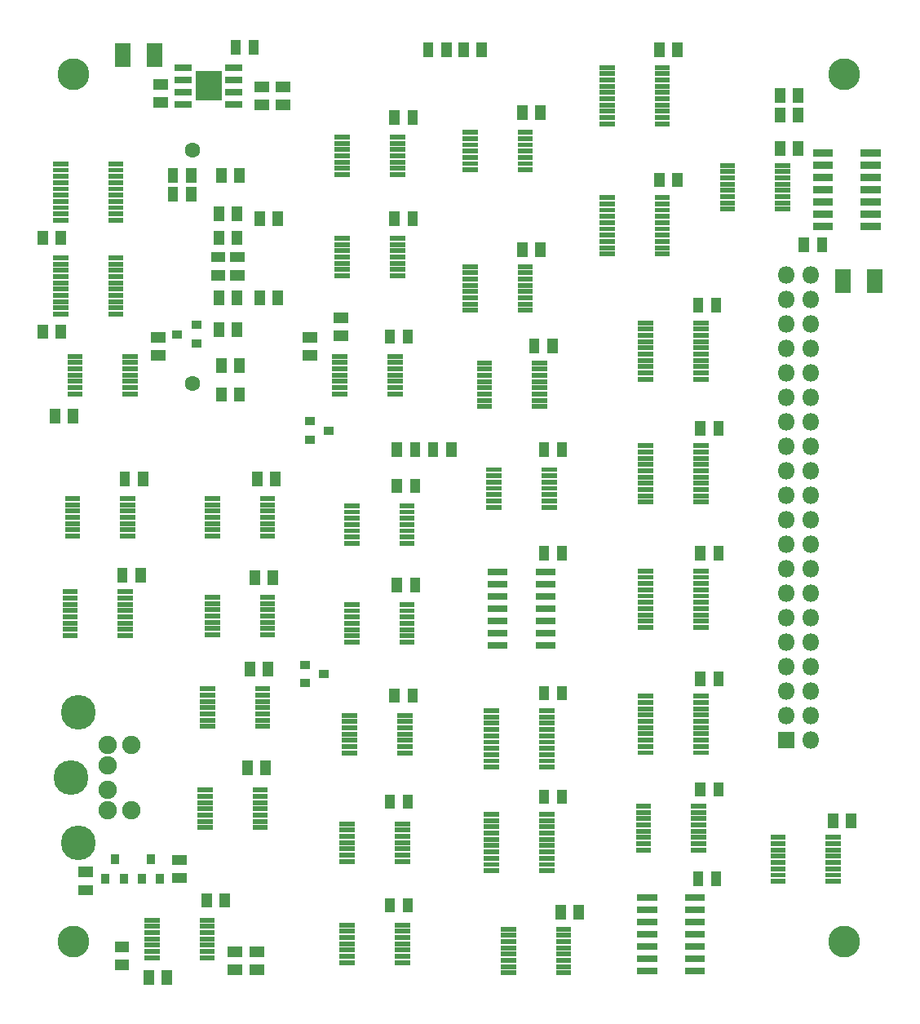
<source format=gbr>
%TF.GenerationSoftware,KiCad,Pcbnew,(5.1.6-0-10_14)*%
%TF.CreationDate,2021-02-13T08:29:22+01:00*%
%TF.ProjectId,vario,76617269-6f2e-46b6-9963-61645f706362,1*%
%TF.SameCoordinates,Original*%
%TF.FileFunction,Soldermask,Top*%
%TF.FilePolarity,Negative*%
%FSLAX46Y46*%
G04 Gerber Fmt 4.6, Leading zero omitted, Abs format (unit mm)*
G04 Created by KiCad (PCBNEW (5.1.6-0-10_14)) date 2021-02-13 08:29:22*
%MOMM*%
%LPD*%
G01*
G04 APERTURE LIST*
%ADD10R,2.750000X3.100000*%
%ADD11R,0.900000X1.000000*%
%ADD12R,1.000000X0.900000*%
%ADD13C,1.900000*%
%ADD14C,3.600000*%
%ADD15C,1.600000*%
%ADD16O,1.800000X1.800000*%
%ADD17R,1.800000X1.800000*%
%ADD18C,3.300000*%
G04 APERTURE END LIST*
%TO.C,U38*%
G36*
G01*
X105925000Y-87950000D02*
X105925000Y-88450000D01*
X104350000Y-88450000D01*
X104350000Y-87950000D01*
X105925000Y-87950000D01*
G37*
G36*
G01*
X105925000Y-87300000D02*
X105925000Y-87800000D01*
X104350000Y-87800000D01*
X104350000Y-87300000D01*
X105925000Y-87300000D01*
G37*
G36*
G01*
X105925000Y-86650000D02*
X105925000Y-87150000D01*
X104350000Y-87150000D01*
X104350000Y-86650000D01*
X105925000Y-86650000D01*
G37*
G36*
G01*
X105925000Y-86000000D02*
X105925000Y-86500000D01*
X104350000Y-86500000D01*
X104350000Y-86000000D01*
X105925000Y-86000000D01*
G37*
G36*
G01*
X105925000Y-85350000D02*
X105925000Y-85850000D01*
X104350000Y-85850000D01*
X104350000Y-85350000D01*
X105925000Y-85350000D01*
G37*
G36*
G01*
X105925000Y-84700000D02*
X105925000Y-85200000D01*
X104350000Y-85200000D01*
X104350000Y-84700000D01*
X105925000Y-84700000D01*
G37*
G36*
G01*
X105925000Y-84050000D02*
X105925000Y-84550000D01*
X104350000Y-84550000D01*
X104350000Y-84050000D01*
X105925000Y-84050000D01*
G37*
G36*
G01*
X111650000Y-84050000D02*
X111650000Y-84550000D01*
X110075000Y-84550000D01*
X110075000Y-84050000D01*
X111650000Y-84050000D01*
G37*
G36*
G01*
X111650000Y-84700000D02*
X111650000Y-85200000D01*
X110075000Y-85200000D01*
X110075000Y-84700000D01*
X111650000Y-84700000D01*
G37*
G36*
G01*
X111650000Y-85350000D02*
X111650000Y-85850000D01*
X110075000Y-85850000D01*
X110075000Y-85350000D01*
X111650000Y-85350000D01*
G37*
G36*
G01*
X111650000Y-86000000D02*
X111650000Y-86500000D01*
X110075000Y-86500000D01*
X110075000Y-86000000D01*
X111650000Y-86000000D01*
G37*
G36*
G01*
X111650000Y-86650000D02*
X111650000Y-87150000D01*
X110075000Y-87150000D01*
X110075000Y-86650000D01*
X111650000Y-86650000D01*
G37*
G36*
G01*
X111650000Y-87300000D02*
X111650000Y-87800000D01*
X110075000Y-87800000D01*
X110075000Y-87300000D01*
X111650000Y-87300000D01*
G37*
G36*
G01*
X111650000Y-87950000D02*
X111650000Y-88450000D01*
X110075000Y-88450000D01*
X110075000Y-87950000D01*
X111650000Y-87950000D01*
G37*
%TD*%
%TO.C,U37*%
G36*
G01*
X177825000Y-64725000D02*
X177825000Y-64225000D01*
X179400000Y-64225000D01*
X179400000Y-64725000D01*
X177825000Y-64725000D01*
G37*
G36*
G01*
X177825000Y-65375000D02*
X177825000Y-64875000D01*
X179400000Y-64875000D01*
X179400000Y-65375000D01*
X177825000Y-65375000D01*
G37*
G36*
G01*
X177825000Y-66025000D02*
X177825000Y-65525000D01*
X179400000Y-65525000D01*
X179400000Y-66025000D01*
X177825000Y-66025000D01*
G37*
G36*
G01*
X177825000Y-66675000D02*
X177825000Y-66175000D01*
X179400000Y-66175000D01*
X179400000Y-66675000D01*
X177825000Y-66675000D01*
G37*
G36*
G01*
X177825000Y-67325000D02*
X177825000Y-66825000D01*
X179400000Y-66825000D01*
X179400000Y-67325000D01*
X177825000Y-67325000D01*
G37*
G36*
G01*
X177825000Y-67975000D02*
X177825000Y-67475000D01*
X179400000Y-67475000D01*
X179400000Y-67975000D01*
X177825000Y-67975000D01*
G37*
G36*
G01*
X177825000Y-68625000D02*
X177825000Y-68125000D01*
X179400000Y-68125000D01*
X179400000Y-68625000D01*
X177825000Y-68625000D01*
G37*
G36*
G01*
X177825000Y-69275000D02*
X177825000Y-68775000D01*
X179400000Y-68775000D01*
X179400000Y-69275000D01*
X177825000Y-69275000D01*
G37*
G36*
G01*
X172100000Y-69275000D02*
X172100000Y-68775000D01*
X173675000Y-68775000D01*
X173675000Y-69275000D01*
X172100000Y-69275000D01*
G37*
G36*
G01*
X172100000Y-68625000D02*
X172100000Y-68125000D01*
X173675000Y-68125000D01*
X173675000Y-68625000D01*
X172100000Y-68625000D01*
G37*
G36*
G01*
X172100000Y-67975000D02*
X172100000Y-67475000D01*
X173675000Y-67475000D01*
X173675000Y-67975000D01*
X172100000Y-67975000D01*
G37*
G36*
G01*
X172100000Y-67325000D02*
X172100000Y-66825000D01*
X173675000Y-66825000D01*
X173675000Y-67325000D01*
X172100000Y-67325000D01*
G37*
G36*
G01*
X172100000Y-66675000D02*
X172100000Y-66175000D01*
X173675000Y-66175000D01*
X173675000Y-66675000D01*
X172100000Y-66675000D01*
G37*
G36*
G01*
X172100000Y-66025000D02*
X172100000Y-65525000D01*
X173675000Y-65525000D01*
X173675000Y-66025000D01*
X172100000Y-66025000D01*
G37*
G36*
G01*
X172100000Y-65375000D02*
X172100000Y-64875000D01*
X173675000Y-64875000D01*
X173675000Y-65375000D01*
X172100000Y-65375000D01*
G37*
G36*
G01*
X172100000Y-64725000D02*
X172100000Y-64225000D01*
X173675000Y-64225000D01*
X173675000Y-64725000D01*
X172100000Y-64725000D01*
G37*
%TD*%
D10*
%TO.C,U36*%
X119000000Y-56250000D03*
G36*
G01*
X120750000Y-54695000D02*
X120750000Y-53995000D01*
X122500000Y-53995000D01*
X122500000Y-54695000D01*
X120750000Y-54695000D01*
G37*
G36*
G01*
X120750000Y-55965000D02*
X120750000Y-55265000D01*
X122500000Y-55265000D01*
X122500000Y-55965000D01*
X120750000Y-55965000D01*
G37*
G36*
G01*
X120750000Y-57235000D02*
X120750000Y-56535000D01*
X122500000Y-56535000D01*
X122500000Y-57235000D01*
X120750000Y-57235000D01*
G37*
G36*
G01*
X120750000Y-58505000D02*
X120750000Y-57805000D01*
X122500000Y-57805000D01*
X122500000Y-58505000D01*
X120750000Y-58505000D01*
G37*
G36*
G01*
X115500000Y-58505000D02*
X115500000Y-57805000D01*
X117250000Y-57805000D01*
X117250000Y-58505000D01*
X115500000Y-58505000D01*
G37*
G36*
G01*
X115500000Y-57235000D02*
X115500000Y-56535000D01*
X117250000Y-56535000D01*
X117250000Y-57235000D01*
X115500000Y-57235000D01*
G37*
G36*
G01*
X115500000Y-55965000D02*
X115500000Y-55265000D01*
X117250000Y-55265000D01*
X117250000Y-55965000D01*
X115500000Y-55965000D01*
G37*
G36*
G01*
X115500000Y-54695000D02*
X115500000Y-53995000D01*
X117250000Y-53995000D01*
X117250000Y-54695000D01*
X115500000Y-54695000D01*
G37*
%TD*%
%TO.C,U35*%
G36*
G01*
X104425000Y-79675000D02*
X104425000Y-80175000D01*
X102850000Y-80175000D01*
X102850000Y-79675000D01*
X104425000Y-79675000D01*
G37*
G36*
G01*
X104425000Y-79025000D02*
X104425000Y-79525000D01*
X102850000Y-79525000D01*
X102850000Y-79025000D01*
X104425000Y-79025000D01*
G37*
G36*
G01*
X104425000Y-78375000D02*
X104425000Y-78875000D01*
X102850000Y-78875000D01*
X102850000Y-78375000D01*
X104425000Y-78375000D01*
G37*
G36*
G01*
X104425000Y-77725000D02*
X104425000Y-78225000D01*
X102850000Y-78225000D01*
X102850000Y-77725000D01*
X104425000Y-77725000D01*
G37*
G36*
G01*
X104425000Y-77075000D02*
X104425000Y-77575000D01*
X102850000Y-77575000D01*
X102850000Y-77075000D01*
X104425000Y-77075000D01*
G37*
G36*
G01*
X104425000Y-76425000D02*
X104425000Y-76925000D01*
X102850000Y-76925000D01*
X102850000Y-76425000D01*
X104425000Y-76425000D01*
G37*
G36*
G01*
X104425000Y-75775000D02*
X104425000Y-76275000D01*
X102850000Y-76275000D01*
X102850000Y-75775000D01*
X104425000Y-75775000D01*
G37*
G36*
G01*
X104425000Y-75125000D02*
X104425000Y-75625000D01*
X102850000Y-75625000D01*
X102850000Y-75125000D01*
X104425000Y-75125000D01*
G37*
G36*
G01*
X104425000Y-74475000D02*
X104425000Y-74975000D01*
X102850000Y-74975000D01*
X102850000Y-74475000D01*
X104425000Y-74475000D01*
G37*
G36*
G01*
X104425000Y-73825000D02*
X104425000Y-74325000D01*
X102850000Y-74325000D01*
X102850000Y-73825000D01*
X104425000Y-73825000D01*
G37*
G36*
G01*
X110150000Y-73825000D02*
X110150000Y-74325000D01*
X108575000Y-74325000D01*
X108575000Y-73825000D01*
X110150000Y-73825000D01*
G37*
G36*
G01*
X110150000Y-74475000D02*
X110150000Y-74975000D01*
X108575000Y-74975000D01*
X108575000Y-74475000D01*
X110150000Y-74475000D01*
G37*
G36*
G01*
X110150000Y-75125000D02*
X110150000Y-75625000D01*
X108575000Y-75625000D01*
X108575000Y-75125000D01*
X110150000Y-75125000D01*
G37*
G36*
G01*
X110150000Y-75775000D02*
X110150000Y-76275000D01*
X108575000Y-76275000D01*
X108575000Y-75775000D01*
X110150000Y-75775000D01*
G37*
G36*
G01*
X110150000Y-76425000D02*
X110150000Y-76925000D01*
X108575000Y-76925000D01*
X108575000Y-76425000D01*
X110150000Y-76425000D01*
G37*
G36*
G01*
X110150000Y-77075000D02*
X110150000Y-77575000D01*
X108575000Y-77575000D01*
X108575000Y-77075000D01*
X110150000Y-77075000D01*
G37*
G36*
G01*
X110150000Y-77725000D02*
X110150000Y-78225000D01*
X108575000Y-78225000D01*
X108575000Y-77725000D01*
X110150000Y-77725000D01*
G37*
G36*
G01*
X110150000Y-78375000D02*
X110150000Y-78875000D01*
X108575000Y-78875000D01*
X108575000Y-78375000D01*
X110150000Y-78375000D01*
G37*
G36*
G01*
X110150000Y-79025000D02*
X110150000Y-79525000D01*
X108575000Y-79525000D01*
X108575000Y-79025000D01*
X110150000Y-79025000D01*
G37*
G36*
G01*
X110150000Y-79675000D02*
X110150000Y-80175000D01*
X108575000Y-80175000D01*
X108575000Y-79675000D01*
X110150000Y-79675000D01*
G37*
%TD*%
%TO.C,U34*%
G36*
G01*
X104425000Y-69925000D02*
X104425000Y-70425000D01*
X102850000Y-70425000D01*
X102850000Y-69925000D01*
X104425000Y-69925000D01*
G37*
G36*
G01*
X104425000Y-69275000D02*
X104425000Y-69775000D01*
X102850000Y-69775000D01*
X102850000Y-69275000D01*
X104425000Y-69275000D01*
G37*
G36*
G01*
X104425000Y-68625000D02*
X104425000Y-69125000D01*
X102850000Y-69125000D01*
X102850000Y-68625000D01*
X104425000Y-68625000D01*
G37*
G36*
G01*
X104425000Y-67975000D02*
X104425000Y-68475000D01*
X102850000Y-68475000D01*
X102850000Y-67975000D01*
X104425000Y-67975000D01*
G37*
G36*
G01*
X104425000Y-67325000D02*
X104425000Y-67825000D01*
X102850000Y-67825000D01*
X102850000Y-67325000D01*
X104425000Y-67325000D01*
G37*
G36*
G01*
X104425000Y-66675000D02*
X104425000Y-67175000D01*
X102850000Y-67175000D01*
X102850000Y-66675000D01*
X104425000Y-66675000D01*
G37*
G36*
G01*
X104425000Y-66025000D02*
X104425000Y-66525000D01*
X102850000Y-66525000D01*
X102850000Y-66025000D01*
X104425000Y-66025000D01*
G37*
G36*
G01*
X104425000Y-65375000D02*
X104425000Y-65875000D01*
X102850000Y-65875000D01*
X102850000Y-65375000D01*
X104425000Y-65375000D01*
G37*
G36*
G01*
X104425000Y-64725000D02*
X104425000Y-65225000D01*
X102850000Y-65225000D01*
X102850000Y-64725000D01*
X104425000Y-64725000D01*
G37*
G36*
G01*
X104425000Y-64075000D02*
X104425000Y-64575000D01*
X102850000Y-64575000D01*
X102850000Y-64075000D01*
X104425000Y-64075000D01*
G37*
G36*
G01*
X110150000Y-64075000D02*
X110150000Y-64575000D01*
X108575000Y-64575000D01*
X108575000Y-64075000D01*
X110150000Y-64075000D01*
G37*
G36*
G01*
X110150000Y-64725000D02*
X110150000Y-65225000D01*
X108575000Y-65225000D01*
X108575000Y-64725000D01*
X110150000Y-64725000D01*
G37*
G36*
G01*
X110150000Y-65375000D02*
X110150000Y-65875000D01*
X108575000Y-65875000D01*
X108575000Y-65375000D01*
X110150000Y-65375000D01*
G37*
G36*
G01*
X110150000Y-66025000D02*
X110150000Y-66525000D01*
X108575000Y-66525000D01*
X108575000Y-66025000D01*
X110150000Y-66025000D01*
G37*
G36*
G01*
X110150000Y-66675000D02*
X110150000Y-67175000D01*
X108575000Y-67175000D01*
X108575000Y-66675000D01*
X110150000Y-66675000D01*
G37*
G36*
G01*
X110150000Y-67325000D02*
X110150000Y-67825000D01*
X108575000Y-67825000D01*
X108575000Y-67325000D01*
X110150000Y-67325000D01*
G37*
G36*
G01*
X110150000Y-67975000D02*
X110150000Y-68475000D01*
X108575000Y-68475000D01*
X108575000Y-67975000D01*
X110150000Y-67975000D01*
G37*
G36*
G01*
X110150000Y-68625000D02*
X110150000Y-69125000D01*
X108575000Y-69125000D01*
X108575000Y-68625000D01*
X110150000Y-68625000D01*
G37*
G36*
G01*
X110150000Y-69275000D02*
X110150000Y-69775000D01*
X108575000Y-69775000D01*
X108575000Y-69275000D01*
X110150000Y-69275000D01*
G37*
G36*
G01*
X110150000Y-69925000D02*
X110150000Y-70425000D01*
X108575000Y-70425000D01*
X108575000Y-69925000D01*
X110150000Y-69925000D01*
G37*
%TD*%
%TO.C,U33*%
G36*
G01*
X151075000Y-61300000D02*
X151075000Y-60800000D01*
X152650000Y-60800000D01*
X152650000Y-61300000D01*
X151075000Y-61300000D01*
G37*
G36*
G01*
X151075000Y-61950000D02*
X151075000Y-61450000D01*
X152650000Y-61450000D01*
X152650000Y-61950000D01*
X151075000Y-61950000D01*
G37*
G36*
G01*
X151075000Y-62600000D02*
X151075000Y-62100000D01*
X152650000Y-62100000D01*
X152650000Y-62600000D01*
X151075000Y-62600000D01*
G37*
G36*
G01*
X151075000Y-63250000D02*
X151075000Y-62750000D01*
X152650000Y-62750000D01*
X152650000Y-63250000D01*
X151075000Y-63250000D01*
G37*
G36*
G01*
X151075000Y-63900000D02*
X151075000Y-63400000D01*
X152650000Y-63400000D01*
X152650000Y-63900000D01*
X151075000Y-63900000D01*
G37*
G36*
G01*
X151075000Y-64550000D02*
X151075000Y-64050000D01*
X152650000Y-64050000D01*
X152650000Y-64550000D01*
X151075000Y-64550000D01*
G37*
G36*
G01*
X151075000Y-65200000D02*
X151075000Y-64700000D01*
X152650000Y-64700000D01*
X152650000Y-65200000D01*
X151075000Y-65200000D01*
G37*
G36*
G01*
X145350000Y-65200000D02*
X145350000Y-64700000D01*
X146925000Y-64700000D01*
X146925000Y-65200000D01*
X145350000Y-65200000D01*
G37*
G36*
G01*
X145350000Y-64550000D02*
X145350000Y-64050000D01*
X146925000Y-64050000D01*
X146925000Y-64550000D01*
X145350000Y-64550000D01*
G37*
G36*
G01*
X145350000Y-63900000D02*
X145350000Y-63400000D01*
X146925000Y-63400000D01*
X146925000Y-63900000D01*
X145350000Y-63900000D01*
G37*
G36*
G01*
X145350000Y-63250000D02*
X145350000Y-62750000D01*
X146925000Y-62750000D01*
X146925000Y-63250000D01*
X145350000Y-63250000D01*
G37*
G36*
G01*
X145350000Y-62600000D02*
X145350000Y-62100000D01*
X146925000Y-62100000D01*
X146925000Y-62600000D01*
X145350000Y-62600000D01*
G37*
G36*
G01*
X145350000Y-61950000D02*
X145350000Y-61450000D01*
X146925000Y-61450000D01*
X146925000Y-61950000D01*
X145350000Y-61950000D01*
G37*
G36*
G01*
X145350000Y-61300000D02*
X145350000Y-60800000D01*
X146925000Y-60800000D01*
X146925000Y-61300000D01*
X145350000Y-61300000D01*
G37*
%TD*%
%TO.C,U32*%
G36*
G01*
X137825000Y-61800000D02*
X137825000Y-61300000D01*
X139400000Y-61300000D01*
X139400000Y-61800000D01*
X137825000Y-61800000D01*
G37*
G36*
G01*
X137825000Y-62450000D02*
X137825000Y-61950000D01*
X139400000Y-61950000D01*
X139400000Y-62450000D01*
X137825000Y-62450000D01*
G37*
G36*
G01*
X137825000Y-63100000D02*
X137825000Y-62600000D01*
X139400000Y-62600000D01*
X139400000Y-63100000D01*
X137825000Y-63100000D01*
G37*
G36*
G01*
X137825000Y-63750000D02*
X137825000Y-63250000D01*
X139400000Y-63250000D01*
X139400000Y-63750000D01*
X137825000Y-63750000D01*
G37*
G36*
G01*
X137825000Y-64400000D02*
X137825000Y-63900000D01*
X139400000Y-63900000D01*
X139400000Y-64400000D01*
X137825000Y-64400000D01*
G37*
G36*
G01*
X137825000Y-65050000D02*
X137825000Y-64550000D01*
X139400000Y-64550000D01*
X139400000Y-65050000D01*
X137825000Y-65050000D01*
G37*
G36*
G01*
X137825000Y-65700000D02*
X137825000Y-65200000D01*
X139400000Y-65200000D01*
X139400000Y-65700000D01*
X137825000Y-65700000D01*
G37*
G36*
G01*
X132100000Y-65700000D02*
X132100000Y-65200000D01*
X133675000Y-65200000D01*
X133675000Y-65700000D01*
X132100000Y-65700000D01*
G37*
G36*
G01*
X132100000Y-65050000D02*
X132100000Y-64550000D01*
X133675000Y-64550000D01*
X133675000Y-65050000D01*
X132100000Y-65050000D01*
G37*
G36*
G01*
X132100000Y-64400000D02*
X132100000Y-63900000D01*
X133675000Y-63900000D01*
X133675000Y-64400000D01*
X132100000Y-64400000D01*
G37*
G36*
G01*
X132100000Y-63750000D02*
X132100000Y-63250000D01*
X133675000Y-63250000D01*
X133675000Y-63750000D01*
X132100000Y-63750000D01*
G37*
G36*
G01*
X132100000Y-63100000D02*
X132100000Y-62600000D01*
X133675000Y-62600000D01*
X133675000Y-63100000D01*
X132100000Y-63100000D01*
G37*
G36*
G01*
X132100000Y-62450000D02*
X132100000Y-61950000D01*
X133675000Y-61950000D01*
X133675000Y-62450000D01*
X132100000Y-62450000D01*
G37*
G36*
G01*
X132100000Y-61800000D02*
X132100000Y-61300000D01*
X133675000Y-61300000D01*
X133675000Y-61800000D01*
X132100000Y-61800000D01*
G37*
%TD*%
%TO.C,U31*%
G36*
G01*
X137575000Y-84550000D02*
X137575000Y-84050000D01*
X139150000Y-84050000D01*
X139150000Y-84550000D01*
X137575000Y-84550000D01*
G37*
G36*
G01*
X137575000Y-85200000D02*
X137575000Y-84700000D01*
X139150000Y-84700000D01*
X139150000Y-85200000D01*
X137575000Y-85200000D01*
G37*
G36*
G01*
X137575000Y-85850000D02*
X137575000Y-85350000D01*
X139150000Y-85350000D01*
X139150000Y-85850000D01*
X137575000Y-85850000D01*
G37*
G36*
G01*
X137575000Y-86500000D02*
X137575000Y-86000000D01*
X139150000Y-86000000D01*
X139150000Y-86500000D01*
X137575000Y-86500000D01*
G37*
G36*
G01*
X137575000Y-87150000D02*
X137575000Y-86650000D01*
X139150000Y-86650000D01*
X139150000Y-87150000D01*
X137575000Y-87150000D01*
G37*
G36*
G01*
X137575000Y-87800000D02*
X137575000Y-87300000D01*
X139150000Y-87300000D01*
X139150000Y-87800000D01*
X137575000Y-87800000D01*
G37*
G36*
G01*
X137575000Y-88450000D02*
X137575000Y-87950000D01*
X139150000Y-87950000D01*
X139150000Y-88450000D01*
X137575000Y-88450000D01*
G37*
G36*
G01*
X131850000Y-88450000D02*
X131850000Y-87950000D01*
X133425000Y-87950000D01*
X133425000Y-88450000D01*
X131850000Y-88450000D01*
G37*
G36*
G01*
X131850000Y-87800000D02*
X131850000Y-87300000D01*
X133425000Y-87300000D01*
X133425000Y-87800000D01*
X131850000Y-87800000D01*
G37*
G36*
G01*
X131850000Y-87150000D02*
X131850000Y-86650000D01*
X133425000Y-86650000D01*
X133425000Y-87150000D01*
X131850000Y-87150000D01*
G37*
G36*
G01*
X131850000Y-86500000D02*
X131850000Y-86000000D01*
X133425000Y-86000000D01*
X133425000Y-86500000D01*
X131850000Y-86500000D01*
G37*
G36*
G01*
X131850000Y-85850000D02*
X131850000Y-85350000D01*
X133425000Y-85350000D01*
X133425000Y-85850000D01*
X131850000Y-85850000D01*
G37*
G36*
G01*
X131850000Y-85200000D02*
X131850000Y-84700000D01*
X133425000Y-84700000D01*
X133425000Y-85200000D01*
X131850000Y-85200000D01*
G37*
G36*
G01*
X131850000Y-84550000D02*
X131850000Y-84050000D01*
X133425000Y-84050000D01*
X133425000Y-84550000D01*
X131850000Y-84550000D01*
G37*
%TD*%
%TO.C,U30*%
G36*
G01*
X138575000Y-121800000D02*
X138575000Y-121300000D01*
X140150000Y-121300000D01*
X140150000Y-121800000D01*
X138575000Y-121800000D01*
G37*
G36*
G01*
X138575000Y-122450000D02*
X138575000Y-121950000D01*
X140150000Y-121950000D01*
X140150000Y-122450000D01*
X138575000Y-122450000D01*
G37*
G36*
G01*
X138575000Y-123100000D02*
X138575000Y-122600000D01*
X140150000Y-122600000D01*
X140150000Y-123100000D01*
X138575000Y-123100000D01*
G37*
G36*
G01*
X138575000Y-123750000D02*
X138575000Y-123250000D01*
X140150000Y-123250000D01*
X140150000Y-123750000D01*
X138575000Y-123750000D01*
G37*
G36*
G01*
X138575000Y-124400000D02*
X138575000Y-123900000D01*
X140150000Y-123900000D01*
X140150000Y-124400000D01*
X138575000Y-124400000D01*
G37*
G36*
G01*
X138575000Y-125050000D02*
X138575000Y-124550000D01*
X140150000Y-124550000D01*
X140150000Y-125050000D01*
X138575000Y-125050000D01*
G37*
G36*
G01*
X138575000Y-125700000D02*
X138575000Y-125200000D01*
X140150000Y-125200000D01*
X140150000Y-125700000D01*
X138575000Y-125700000D01*
G37*
G36*
G01*
X132850000Y-125700000D02*
X132850000Y-125200000D01*
X134425000Y-125200000D01*
X134425000Y-125700000D01*
X132850000Y-125700000D01*
G37*
G36*
G01*
X132850000Y-125050000D02*
X132850000Y-124550000D01*
X134425000Y-124550000D01*
X134425000Y-125050000D01*
X132850000Y-125050000D01*
G37*
G36*
G01*
X132850000Y-124400000D02*
X132850000Y-123900000D01*
X134425000Y-123900000D01*
X134425000Y-124400000D01*
X132850000Y-124400000D01*
G37*
G36*
G01*
X132850000Y-123750000D02*
X132850000Y-123250000D01*
X134425000Y-123250000D01*
X134425000Y-123750000D01*
X132850000Y-123750000D01*
G37*
G36*
G01*
X132850000Y-123100000D02*
X132850000Y-122600000D01*
X134425000Y-122600000D01*
X134425000Y-123100000D01*
X132850000Y-123100000D01*
G37*
G36*
G01*
X132850000Y-122450000D02*
X132850000Y-121950000D01*
X134425000Y-121950000D01*
X134425000Y-122450000D01*
X132850000Y-122450000D01*
G37*
G36*
G01*
X132850000Y-121800000D02*
X132850000Y-121300000D01*
X134425000Y-121300000D01*
X134425000Y-121800000D01*
X132850000Y-121800000D01*
G37*
%TD*%
%TO.C,U29*%
G36*
G01*
X138825000Y-100050000D02*
X138825000Y-99550000D01*
X140400000Y-99550000D01*
X140400000Y-100050000D01*
X138825000Y-100050000D01*
G37*
G36*
G01*
X138825000Y-100700000D02*
X138825000Y-100200000D01*
X140400000Y-100200000D01*
X140400000Y-100700000D01*
X138825000Y-100700000D01*
G37*
G36*
G01*
X138825000Y-101350000D02*
X138825000Y-100850000D01*
X140400000Y-100850000D01*
X140400000Y-101350000D01*
X138825000Y-101350000D01*
G37*
G36*
G01*
X138825000Y-102000000D02*
X138825000Y-101500000D01*
X140400000Y-101500000D01*
X140400000Y-102000000D01*
X138825000Y-102000000D01*
G37*
G36*
G01*
X138825000Y-102650000D02*
X138825000Y-102150000D01*
X140400000Y-102150000D01*
X140400000Y-102650000D01*
X138825000Y-102650000D01*
G37*
G36*
G01*
X138825000Y-103300000D02*
X138825000Y-102800000D01*
X140400000Y-102800000D01*
X140400000Y-103300000D01*
X138825000Y-103300000D01*
G37*
G36*
G01*
X138825000Y-103950000D02*
X138825000Y-103450000D01*
X140400000Y-103450000D01*
X140400000Y-103950000D01*
X138825000Y-103950000D01*
G37*
G36*
G01*
X133100000Y-103950000D02*
X133100000Y-103450000D01*
X134675000Y-103450000D01*
X134675000Y-103950000D01*
X133100000Y-103950000D01*
G37*
G36*
G01*
X133100000Y-103300000D02*
X133100000Y-102800000D01*
X134675000Y-102800000D01*
X134675000Y-103300000D01*
X133100000Y-103300000D01*
G37*
G36*
G01*
X133100000Y-102650000D02*
X133100000Y-102150000D01*
X134675000Y-102150000D01*
X134675000Y-102650000D01*
X133100000Y-102650000D01*
G37*
G36*
G01*
X133100000Y-102000000D02*
X133100000Y-101500000D01*
X134675000Y-101500000D01*
X134675000Y-102000000D01*
X133100000Y-102000000D01*
G37*
G36*
G01*
X133100000Y-101350000D02*
X133100000Y-100850000D01*
X134675000Y-100850000D01*
X134675000Y-101350000D01*
X133100000Y-101350000D01*
G37*
G36*
G01*
X133100000Y-100700000D02*
X133100000Y-100200000D01*
X134675000Y-100200000D01*
X134675000Y-100700000D01*
X133100000Y-100700000D01*
G37*
G36*
G01*
X133100000Y-100050000D02*
X133100000Y-99550000D01*
X134675000Y-99550000D01*
X134675000Y-100050000D01*
X133100000Y-100050000D01*
G37*
%TD*%
%TO.C,U28*%
G36*
G01*
X109825000Y-99300000D02*
X109825000Y-98800000D01*
X111400000Y-98800000D01*
X111400000Y-99300000D01*
X109825000Y-99300000D01*
G37*
G36*
G01*
X109825000Y-99950000D02*
X109825000Y-99450000D01*
X111400000Y-99450000D01*
X111400000Y-99950000D01*
X109825000Y-99950000D01*
G37*
G36*
G01*
X109825000Y-100600000D02*
X109825000Y-100100000D01*
X111400000Y-100100000D01*
X111400000Y-100600000D01*
X109825000Y-100600000D01*
G37*
G36*
G01*
X109825000Y-101250000D02*
X109825000Y-100750000D01*
X111400000Y-100750000D01*
X111400000Y-101250000D01*
X109825000Y-101250000D01*
G37*
G36*
G01*
X109825000Y-101900000D02*
X109825000Y-101400000D01*
X111400000Y-101400000D01*
X111400000Y-101900000D01*
X109825000Y-101900000D01*
G37*
G36*
G01*
X109825000Y-102550000D02*
X109825000Y-102050000D01*
X111400000Y-102050000D01*
X111400000Y-102550000D01*
X109825000Y-102550000D01*
G37*
G36*
G01*
X109825000Y-103200000D02*
X109825000Y-102700000D01*
X111400000Y-102700000D01*
X111400000Y-103200000D01*
X109825000Y-103200000D01*
G37*
G36*
G01*
X104100000Y-103200000D02*
X104100000Y-102700000D01*
X105675000Y-102700000D01*
X105675000Y-103200000D01*
X104100000Y-103200000D01*
G37*
G36*
G01*
X104100000Y-102550000D02*
X104100000Y-102050000D01*
X105675000Y-102050000D01*
X105675000Y-102550000D01*
X104100000Y-102550000D01*
G37*
G36*
G01*
X104100000Y-101900000D02*
X104100000Y-101400000D01*
X105675000Y-101400000D01*
X105675000Y-101900000D01*
X104100000Y-101900000D01*
G37*
G36*
G01*
X104100000Y-101250000D02*
X104100000Y-100750000D01*
X105675000Y-100750000D01*
X105675000Y-101250000D01*
X104100000Y-101250000D01*
G37*
G36*
G01*
X104100000Y-100600000D02*
X104100000Y-100100000D01*
X105675000Y-100100000D01*
X105675000Y-100600000D01*
X104100000Y-100600000D01*
G37*
G36*
G01*
X104100000Y-99950000D02*
X104100000Y-99450000D01*
X105675000Y-99450000D01*
X105675000Y-99950000D01*
X104100000Y-99950000D01*
G37*
G36*
G01*
X104100000Y-99300000D02*
X104100000Y-98800000D01*
X105675000Y-98800000D01*
X105675000Y-99300000D01*
X104100000Y-99300000D01*
G37*
%TD*%
%TO.C,U27*%
G36*
G01*
X183800000Y-70460000D02*
X183800000Y-71160000D01*
X181750000Y-71160000D01*
X181750000Y-70460000D01*
X183800000Y-70460000D01*
G37*
G36*
G01*
X183800000Y-69190000D02*
X183800000Y-69890000D01*
X181750000Y-69890000D01*
X181750000Y-69190000D01*
X183800000Y-69190000D01*
G37*
G36*
G01*
X183800000Y-67920000D02*
X183800000Y-68620000D01*
X181750000Y-68620000D01*
X181750000Y-67920000D01*
X183800000Y-67920000D01*
G37*
G36*
G01*
X183800000Y-66650000D02*
X183800000Y-67350000D01*
X181750000Y-67350000D01*
X181750000Y-66650000D01*
X183800000Y-66650000D01*
G37*
G36*
G01*
X183800000Y-65380000D02*
X183800000Y-66080000D01*
X181750000Y-66080000D01*
X181750000Y-65380000D01*
X183800000Y-65380000D01*
G37*
G36*
G01*
X183800000Y-64110000D02*
X183800000Y-64810000D01*
X181750000Y-64810000D01*
X181750000Y-64110000D01*
X183800000Y-64110000D01*
G37*
G36*
G01*
X183800000Y-62840000D02*
X183800000Y-63540000D01*
X181750000Y-63540000D01*
X181750000Y-62840000D01*
X183800000Y-62840000D01*
G37*
G36*
G01*
X188750000Y-62840000D02*
X188750000Y-63540000D01*
X186700000Y-63540000D01*
X186700000Y-62840000D01*
X188750000Y-62840000D01*
G37*
G36*
G01*
X188750000Y-64110000D02*
X188750000Y-64810000D01*
X186700000Y-64810000D01*
X186700000Y-64110000D01*
X188750000Y-64110000D01*
G37*
G36*
G01*
X188750000Y-65380000D02*
X188750000Y-66080000D01*
X186700000Y-66080000D01*
X186700000Y-65380000D01*
X188750000Y-65380000D01*
G37*
G36*
G01*
X188750000Y-66650000D02*
X188750000Y-67350000D01*
X186700000Y-67350000D01*
X186700000Y-66650000D01*
X188750000Y-66650000D01*
G37*
G36*
G01*
X188750000Y-67920000D02*
X188750000Y-68620000D01*
X186700000Y-68620000D01*
X186700000Y-67920000D01*
X188750000Y-67920000D01*
G37*
G36*
G01*
X188750000Y-69190000D02*
X188750000Y-69890000D01*
X186700000Y-69890000D01*
X186700000Y-69190000D01*
X188750000Y-69190000D01*
G37*
G36*
G01*
X188750000Y-70460000D02*
X188750000Y-71160000D01*
X186700000Y-71160000D01*
X186700000Y-70460000D01*
X188750000Y-70460000D01*
G37*
%TD*%
%TO.C,U26*%
G36*
G01*
X123825000Y-119050000D02*
X123825000Y-118550000D01*
X125400000Y-118550000D01*
X125400000Y-119050000D01*
X123825000Y-119050000D01*
G37*
G36*
G01*
X123825000Y-119700000D02*
X123825000Y-119200000D01*
X125400000Y-119200000D01*
X125400000Y-119700000D01*
X123825000Y-119700000D01*
G37*
G36*
G01*
X123825000Y-120350000D02*
X123825000Y-119850000D01*
X125400000Y-119850000D01*
X125400000Y-120350000D01*
X123825000Y-120350000D01*
G37*
G36*
G01*
X123825000Y-121000000D02*
X123825000Y-120500000D01*
X125400000Y-120500000D01*
X125400000Y-121000000D01*
X123825000Y-121000000D01*
G37*
G36*
G01*
X123825000Y-121650000D02*
X123825000Y-121150000D01*
X125400000Y-121150000D01*
X125400000Y-121650000D01*
X123825000Y-121650000D01*
G37*
G36*
G01*
X123825000Y-122300000D02*
X123825000Y-121800000D01*
X125400000Y-121800000D01*
X125400000Y-122300000D01*
X123825000Y-122300000D01*
G37*
G36*
G01*
X123825000Y-122950000D02*
X123825000Y-122450000D01*
X125400000Y-122450000D01*
X125400000Y-122950000D01*
X123825000Y-122950000D01*
G37*
G36*
G01*
X118100000Y-122950000D02*
X118100000Y-122450000D01*
X119675000Y-122450000D01*
X119675000Y-122950000D01*
X118100000Y-122950000D01*
G37*
G36*
G01*
X118100000Y-122300000D02*
X118100000Y-121800000D01*
X119675000Y-121800000D01*
X119675000Y-122300000D01*
X118100000Y-122300000D01*
G37*
G36*
G01*
X118100000Y-121650000D02*
X118100000Y-121150000D01*
X119675000Y-121150000D01*
X119675000Y-121650000D01*
X118100000Y-121650000D01*
G37*
G36*
G01*
X118100000Y-121000000D02*
X118100000Y-120500000D01*
X119675000Y-120500000D01*
X119675000Y-121000000D01*
X118100000Y-121000000D01*
G37*
G36*
G01*
X118100000Y-120350000D02*
X118100000Y-119850000D01*
X119675000Y-119850000D01*
X119675000Y-120350000D01*
X118100000Y-120350000D01*
G37*
G36*
G01*
X118100000Y-119700000D02*
X118100000Y-119200000D01*
X119675000Y-119200000D01*
X119675000Y-119700000D01*
X118100000Y-119700000D01*
G37*
G36*
G01*
X118100000Y-119050000D02*
X118100000Y-118550000D01*
X119675000Y-118550000D01*
X119675000Y-119050000D01*
X118100000Y-119050000D01*
G37*
%TD*%
%TO.C,U25*%
G36*
G01*
X138825000Y-110300000D02*
X138825000Y-109800000D01*
X140400000Y-109800000D01*
X140400000Y-110300000D01*
X138825000Y-110300000D01*
G37*
G36*
G01*
X138825000Y-110950000D02*
X138825000Y-110450000D01*
X140400000Y-110450000D01*
X140400000Y-110950000D01*
X138825000Y-110950000D01*
G37*
G36*
G01*
X138825000Y-111600000D02*
X138825000Y-111100000D01*
X140400000Y-111100000D01*
X140400000Y-111600000D01*
X138825000Y-111600000D01*
G37*
G36*
G01*
X138825000Y-112250000D02*
X138825000Y-111750000D01*
X140400000Y-111750000D01*
X140400000Y-112250000D01*
X138825000Y-112250000D01*
G37*
G36*
G01*
X138825000Y-112900000D02*
X138825000Y-112400000D01*
X140400000Y-112400000D01*
X140400000Y-112900000D01*
X138825000Y-112900000D01*
G37*
G36*
G01*
X138825000Y-113550000D02*
X138825000Y-113050000D01*
X140400000Y-113050000D01*
X140400000Y-113550000D01*
X138825000Y-113550000D01*
G37*
G36*
G01*
X138825000Y-114200000D02*
X138825000Y-113700000D01*
X140400000Y-113700000D01*
X140400000Y-114200000D01*
X138825000Y-114200000D01*
G37*
G36*
G01*
X133100000Y-114200000D02*
X133100000Y-113700000D01*
X134675000Y-113700000D01*
X134675000Y-114200000D01*
X133100000Y-114200000D01*
G37*
G36*
G01*
X133100000Y-113550000D02*
X133100000Y-113050000D01*
X134675000Y-113050000D01*
X134675000Y-113550000D01*
X133100000Y-113550000D01*
G37*
G36*
G01*
X133100000Y-112900000D02*
X133100000Y-112400000D01*
X134675000Y-112400000D01*
X134675000Y-112900000D01*
X133100000Y-112900000D01*
G37*
G36*
G01*
X133100000Y-112250000D02*
X133100000Y-111750000D01*
X134675000Y-111750000D01*
X134675000Y-112250000D01*
X133100000Y-112250000D01*
G37*
G36*
G01*
X133100000Y-111600000D02*
X133100000Y-111100000D01*
X134675000Y-111100000D01*
X134675000Y-111600000D01*
X133100000Y-111600000D01*
G37*
G36*
G01*
X133100000Y-110950000D02*
X133100000Y-110450000D01*
X134675000Y-110450000D01*
X134675000Y-110950000D01*
X133100000Y-110950000D01*
G37*
G36*
G01*
X133100000Y-110300000D02*
X133100000Y-109800000D01*
X134675000Y-109800000D01*
X134675000Y-110300000D01*
X133100000Y-110300000D01*
G37*
%TD*%
%TO.C,U24*%
G36*
G01*
X124325000Y-109550000D02*
X124325000Y-109050000D01*
X125900000Y-109050000D01*
X125900000Y-109550000D01*
X124325000Y-109550000D01*
G37*
G36*
G01*
X124325000Y-110200000D02*
X124325000Y-109700000D01*
X125900000Y-109700000D01*
X125900000Y-110200000D01*
X124325000Y-110200000D01*
G37*
G36*
G01*
X124325000Y-110850000D02*
X124325000Y-110350000D01*
X125900000Y-110350000D01*
X125900000Y-110850000D01*
X124325000Y-110850000D01*
G37*
G36*
G01*
X124325000Y-111500000D02*
X124325000Y-111000000D01*
X125900000Y-111000000D01*
X125900000Y-111500000D01*
X124325000Y-111500000D01*
G37*
G36*
G01*
X124325000Y-112150000D02*
X124325000Y-111650000D01*
X125900000Y-111650000D01*
X125900000Y-112150000D01*
X124325000Y-112150000D01*
G37*
G36*
G01*
X124325000Y-112800000D02*
X124325000Y-112300000D01*
X125900000Y-112300000D01*
X125900000Y-112800000D01*
X124325000Y-112800000D01*
G37*
G36*
G01*
X124325000Y-113450000D02*
X124325000Y-112950000D01*
X125900000Y-112950000D01*
X125900000Y-113450000D01*
X124325000Y-113450000D01*
G37*
G36*
G01*
X118600000Y-113450000D02*
X118600000Y-112950000D01*
X120175000Y-112950000D01*
X120175000Y-113450000D01*
X118600000Y-113450000D01*
G37*
G36*
G01*
X118600000Y-112800000D02*
X118600000Y-112300000D01*
X120175000Y-112300000D01*
X120175000Y-112800000D01*
X118600000Y-112800000D01*
G37*
G36*
G01*
X118600000Y-112150000D02*
X118600000Y-111650000D01*
X120175000Y-111650000D01*
X120175000Y-112150000D01*
X118600000Y-112150000D01*
G37*
G36*
G01*
X118600000Y-111500000D02*
X118600000Y-111000000D01*
X120175000Y-111000000D01*
X120175000Y-111500000D01*
X118600000Y-111500000D01*
G37*
G36*
G01*
X118600000Y-110850000D02*
X118600000Y-110350000D01*
X120175000Y-110350000D01*
X120175000Y-110850000D01*
X118600000Y-110850000D01*
G37*
G36*
G01*
X118600000Y-110200000D02*
X118600000Y-109700000D01*
X120175000Y-109700000D01*
X120175000Y-110200000D01*
X118600000Y-110200000D01*
G37*
G36*
G01*
X118600000Y-109550000D02*
X118600000Y-109050000D01*
X120175000Y-109050000D01*
X120175000Y-109550000D01*
X118600000Y-109550000D01*
G37*
%TD*%
%TO.C,U23*%
G36*
G01*
X152950000Y-107040000D02*
X152950000Y-106340000D01*
X155000000Y-106340000D01*
X155000000Y-107040000D01*
X152950000Y-107040000D01*
G37*
G36*
G01*
X152950000Y-108310000D02*
X152950000Y-107610000D01*
X155000000Y-107610000D01*
X155000000Y-108310000D01*
X152950000Y-108310000D01*
G37*
G36*
G01*
X152950000Y-109580000D02*
X152950000Y-108880000D01*
X155000000Y-108880000D01*
X155000000Y-109580000D01*
X152950000Y-109580000D01*
G37*
G36*
G01*
X152950000Y-110850000D02*
X152950000Y-110150000D01*
X155000000Y-110150000D01*
X155000000Y-110850000D01*
X152950000Y-110850000D01*
G37*
G36*
G01*
X152950000Y-112120000D02*
X152950000Y-111420000D01*
X155000000Y-111420000D01*
X155000000Y-112120000D01*
X152950000Y-112120000D01*
G37*
G36*
G01*
X152950000Y-113390000D02*
X152950000Y-112690000D01*
X155000000Y-112690000D01*
X155000000Y-113390000D01*
X152950000Y-113390000D01*
G37*
G36*
G01*
X152950000Y-114660000D02*
X152950000Y-113960000D01*
X155000000Y-113960000D01*
X155000000Y-114660000D01*
X152950000Y-114660000D01*
G37*
G36*
G01*
X148000000Y-114660000D02*
X148000000Y-113960000D01*
X150050000Y-113960000D01*
X150050000Y-114660000D01*
X148000000Y-114660000D01*
G37*
G36*
G01*
X148000000Y-113390000D02*
X148000000Y-112690000D01*
X150050000Y-112690000D01*
X150050000Y-113390000D01*
X148000000Y-113390000D01*
G37*
G36*
G01*
X148000000Y-112120000D02*
X148000000Y-111420000D01*
X150050000Y-111420000D01*
X150050000Y-112120000D01*
X148000000Y-112120000D01*
G37*
G36*
G01*
X148000000Y-110850000D02*
X148000000Y-110150000D01*
X150050000Y-110150000D01*
X150050000Y-110850000D01*
X148000000Y-110850000D01*
G37*
G36*
G01*
X148000000Y-109580000D02*
X148000000Y-108880000D01*
X150050000Y-108880000D01*
X150050000Y-109580000D01*
X148000000Y-109580000D01*
G37*
G36*
G01*
X148000000Y-108310000D02*
X148000000Y-107610000D01*
X150050000Y-107610000D01*
X150050000Y-108310000D01*
X148000000Y-108310000D01*
G37*
G36*
G01*
X148000000Y-107040000D02*
X148000000Y-106340000D01*
X150050000Y-106340000D01*
X150050000Y-107040000D01*
X148000000Y-107040000D01*
G37*
%TD*%
%TO.C,U22*%
G36*
G01*
X169325000Y-93825000D02*
X169325000Y-93325000D01*
X170900000Y-93325000D01*
X170900000Y-93825000D01*
X169325000Y-93825000D01*
G37*
G36*
G01*
X169325000Y-94475000D02*
X169325000Y-93975000D01*
X170900000Y-93975000D01*
X170900000Y-94475000D01*
X169325000Y-94475000D01*
G37*
G36*
G01*
X169325000Y-95125000D02*
X169325000Y-94625000D01*
X170900000Y-94625000D01*
X170900000Y-95125000D01*
X169325000Y-95125000D01*
G37*
G36*
G01*
X169325000Y-95775000D02*
X169325000Y-95275000D01*
X170900000Y-95275000D01*
X170900000Y-95775000D01*
X169325000Y-95775000D01*
G37*
G36*
G01*
X169325000Y-96425000D02*
X169325000Y-95925000D01*
X170900000Y-95925000D01*
X170900000Y-96425000D01*
X169325000Y-96425000D01*
G37*
G36*
G01*
X169325000Y-97075000D02*
X169325000Y-96575000D01*
X170900000Y-96575000D01*
X170900000Y-97075000D01*
X169325000Y-97075000D01*
G37*
G36*
G01*
X169325000Y-97725000D02*
X169325000Y-97225000D01*
X170900000Y-97225000D01*
X170900000Y-97725000D01*
X169325000Y-97725000D01*
G37*
G36*
G01*
X169325000Y-98375000D02*
X169325000Y-97875000D01*
X170900000Y-97875000D01*
X170900000Y-98375000D01*
X169325000Y-98375000D01*
G37*
G36*
G01*
X169325000Y-99025000D02*
X169325000Y-98525000D01*
X170900000Y-98525000D01*
X170900000Y-99025000D01*
X169325000Y-99025000D01*
G37*
G36*
G01*
X169325000Y-99675000D02*
X169325000Y-99175000D01*
X170900000Y-99175000D01*
X170900000Y-99675000D01*
X169325000Y-99675000D01*
G37*
G36*
G01*
X163600000Y-99675000D02*
X163600000Y-99175000D01*
X165175000Y-99175000D01*
X165175000Y-99675000D01*
X163600000Y-99675000D01*
G37*
G36*
G01*
X163600000Y-99025000D02*
X163600000Y-98525000D01*
X165175000Y-98525000D01*
X165175000Y-99025000D01*
X163600000Y-99025000D01*
G37*
G36*
G01*
X163600000Y-98375000D02*
X163600000Y-97875000D01*
X165175000Y-97875000D01*
X165175000Y-98375000D01*
X163600000Y-98375000D01*
G37*
G36*
G01*
X163600000Y-97725000D02*
X163600000Y-97225000D01*
X165175000Y-97225000D01*
X165175000Y-97725000D01*
X163600000Y-97725000D01*
G37*
G36*
G01*
X163600000Y-97075000D02*
X163600000Y-96575000D01*
X165175000Y-96575000D01*
X165175000Y-97075000D01*
X163600000Y-97075000D01*
G37*
G36*
G01*
X163600000Y-96425000D02*
X163600000Y-95925000D01*
X165175000Y-95925000D01*
X165175000Y-96425000D01*
X163600000Y-96425000D01*
G37*
G36*
G01*
X163600000Y-95775000D02*
X163600000Y-95275000D01*
X165175000Y-95275000D01*
X165175000Y-95775000D01*
X163600000Y-95775000D01*
G37*
G36*
G01*
X163600000Y-95125000D02*
X163600000Y-94625000D01*
X165175000Y-94625000D01*
X165175000Y-95125000D01*
X163600000Y-95125000D01*
G37*
G36*
G01*
X163600000Y-94475000D02*
X163600000Y-93975000D01*
X165175000Y-93975000D01*
X165175000Y-94475000D01*
X163600000Y-94475000D01*
G37*
G36*
G01*
X163600000Y-93825000D02*
X163600000Y-93325000D01*
X165175000Y-93325000D01*
X165175000Y-93825000D01*
X163600000Y-93825000D01*
G37*
%TD*%
%TO.C,U21*%
G36*
G01*
X155075000Y-143975000D02*
X155075000Y-143475000D01*
X156650000Y-143475000D01*
X156650000Y-143975000D01*
X155075000Y-143975000D01*
G37*
G36*
G01*
X155075000Y-144625000D02*
X155075000Y-144125000D01*
X156650000Y-144125000D01*
X156650000Y-144625000D01*
X155075000Y-144625000D01*
G37*
G36*
G01*
X155075000Y-145275000D02*
X155075000Y-144775000D01*
X156650000Y-144775000D01*
X156650000Y-145275000D01*
X155075000Y-145275000D01*
G37*
G36*
G01*
X155075000Y-145925000D02*
X155075000Y-145425000D01*
X156650000Y-145425000D01*
X156650000Y-145925000D01*
X155075000Y-145925000D01*
G37*
G36*
G01*
X155075000Y-146575000D02*
X155075000Y-146075000D01*
X156650000Y-146075000D01*
X156650000Y-146575000D01*
X155075000Y-146575000D01*
G37*
G36*
G01*
X155075000Y-147225000D02*
X155075000Y-146725000D01*
X156650000Y-146725000D01*
X156650000Y-147225000D01*
X155075000Y-147225000D01*
G37*
G36*
G01*
X155075000Y-147875000D02*
X155075000Y-147375000D01*
X156650000Y-147375000D01*
X156650000Y-147875000D01*
X155075000Y-147875000D01*
G37*
G36*
G01*
X155075000Y-148525000D02*
X155075000Y-148025000D01*
X156650000Y-148025000D01*
X156650000Y-148525000D01*
X155075000Y-148525000D01*
G37*
G36*
G01*
X149350000Y-148525000D02*
X149350000Y-148025000D01*
X150925000Y-148025000D01*
X150925000Y-148525000D01*
X149350000Y-148525000D01*
G37*
G36*
G01*
X149350000Y-147875000D02*
X149350000Y-147375000D01*
X150925000Y-147375000D01*
X150925000Y-147875000D01*
X149350000Y-147875000D01*
G37*
G36*
G01*
X149350000Y-147225000D02*
X149350000Y-146725000D01*
X150925000Y-146725000D01*
X150925000Y-147225000D01*
X149350000Y-147225000D01*
G37*
G36*
G01*
X149350000Y-146575000D02*
X149350000Y-146075000D01*
X150925000Y-146075000D01*
X150925000Y-146575000D01*
X149350000Y-146575000D01*
G37*
G36*
G01*
X149350000Y-145925000D02*
X149350000Y-145425000D01*
X150925000Y-145425000D01*
X150925000Y-145925000D01*
X149350000Y-145925000D01*
G37*
G36*
G01*
X149350000Y-145275000D02*
X149350000Y-144775000D01*
X150925000Y-144775000D01*
X150925000Y-145275000D01*
X149350000Y-145275000D01*
G37*
G36*
G01*
X149350000Y-144625000D02*
X149350000Y-144125000D01*
X150925000Y-144125000D01*
X150925000Y-144625000D01*
X149350000Y-144625000D01*
G37*
G36*
G01*
X149350000Y-143975000D02*
X149350000Y-143475000D01*
X150925000Y-143475000D01*
X150925000Y-143975000D01*
X149350000Y-143975000D01*
G37*
%TD*%
%TO.C,U20*%
G36*
G01*
X169075000Y-131225000D02*
X169075000Y-130725000D01*
X170650000Y-130725000D01*
X170650000Y-131225000D01*
X169075000Y-131225000D01*
G37*
G36*
G01*
X169075000Y-131875000D02*
X169075000Y-131375000D01*
X170650000Y-131375000D01*
X170650000Y-131875000D01*
X169075000Y-131875000D01*
G37*
G36*
G01*
X169075000Y-132525000D02*
X169075000Y-132025000D01*
X170650000Y-132025000D01*
X170650000Y-132525000D01*
X169075000Y-132525000D01*
G37*
G36*
G01*
X169075000Y-133175000D02*
X169075000Y-132675000D01*
X170650000Y-132675000D01*
X170650000Y-133175000D01*
X169075000Y-133175000D01*
G37*
G36*
G01*
X169075000Y-133825000D02*
X169075000Y-133325000D01*
X170650000Y-133325000D01*
X170650000Y-133825000D01*
X169075000Y-133825000D01*
G37*
G36*
G01*
X169075000Y-134475000D02*
X169075000Y-133975000D01*
X170650000Y-133975000D01*
X170650000Y-134475000D01*
X169075000Y-134475000D01*
G37*
G36*
G01*
X169075000Y-135125000D02*
X169075000Y-134625000D01*
X170650000Y-134625000D01*
X170650000Y-135125000D01*
X169075000Y-135125000D01*
G37*
G36*
G01*
X169075000Y-135775000D02*
X169075000Y-135275000D01*
X170650000Y-135275000D01*
X170650000Y-135775000D01*
X169075000Y-135775000D01*
G37*
G36*
G01*
X163350000Y-135775000D02*
X163350000Y-135275000D01*
X164925000Y-135275000D01*
X164925000Y-135775000D01*
X163350000Y-135775000D01*
G37*
G36*
G01*
X163350000Y-135125000D02*
X163350000Y-134625000D01*
X164925000Y-134625000D01*
X164925000Y-135125000D01*
X163350000Y-135125000D01*
G37*
G36*
G01*
X163350000Y-134475000D02*
X163350000Y-133975000D01*
X164925000Y-133975000D01*
X164925000Y-134475000D01*
X163350000Y-134475000D01*
G37*
G36*
G01*
X163350000Y-133825000D02*
X163350000Y-133325000D01*
X164925000Y-133325000D01*
X164925000Y-133825000D01*
X163350000Y-133825000D01*
G37*
G36*
G01*
X163350000Y-133175000D02*
X163350000Y-132675000D01*
X164925000Y-132675000D01*
X164925000Y-133175000D01*
X163350000Y-133175000D01*
G37*
G36*
G01*
X163350000Y-132525000D02*
X163350000Y-132025000D01*
X164925000Y-132025000D01*
X164925000Y-132525000D01*
X163350000Y-132525000D01*
G37*
G36*
G01*
X163350000Y-131875000D02*
X163350000Y-131375000D01*
X164925000Y-131375000D01*
X164925000Y-131875000D01*
X163350000Y-131875000D01*
G37*
G36*
G01*
X163350000Y-131225000D02*
X163350000Y-130725000D01*
X164925000Y-130725000D01*
X164925000Y-131225000D01*
X163350000Y-131225000D01*
G37*
%TD*%
%TO.C,U19*%
G36*
G01*
X168450000Y-140790000D02*
X168450000Y-140090000D01*
X170500000Y-140090000D01*
X170500000Y-140790000D01*
X168450000Y-140790000D01*
G37*
G36*
G01*
X168450000Y-142060000D02*
X168450000Y-141360000D01*
X170500000Y-141360000D01*
X170500000Y-142060000D01*
X168450000Y-142060000D01*
G37*
G36*
G01*
X168450000Y-143330000D02*
X168450000Y-142630000D01*
X170500000Y-142630000D01*
X170500000Y-143330000D01*
X168450000Y-143330000D01*
G37*
G36*
G01*
X168450000Y-144600000D02*
X168450000Y-143900000D01*
X170500000Y-143900000D01*
X170500000Y-144600000D01*
X168450000Y-144600000D01*
G37*
G36*
G01*
X168450000Y-145870000D02*
X168450000Y-145170000D01*
X170500000Y-145170000D01*
X170500000Y-145870000D01*
X168450000Y-145870000D01*
G37*
G36*
G01*
X168450000Y-147140000D02*
X168450000Y-146440000D01*
X170500000Y-146440000D01*
X170500000Y-147140000D01*
X168450000Y-147140000D01*
G37*
G36*
G01*
X168450000Y-148410000D02*
X168450000Y-147710000D01*
X170500000Y-147710000D01*
X170500000Y-148410000D01*
X168450000Y-148410000D01*
G37*
G36*
G01*
X163500000Y-148410000D02*
X163500000Y-147710000D01*
X165550000Y-147710000D01*
X165550000Y-148410000D01*
X163500000Y-148410000D01*
G37*
G36*
G01*
X163500000Y-147140000D02*
X163500000Y-146440000D01*
X165550000Y-146440000D01*
X165550000Y-147140000D01*
X163500000Y-147140000D01*
G37*
G36*
G01*
X163500000Y-145870000D02*
X163500000Y-145170000D01*
X165550000Y-145170000D01*
X165550000Y-145870000D01*
X163500000Y-145870000D01*
G37*
G36*
G01*
X163500000Y-144600000D02*
X163500000Y-143900000D01*
X165550000Y-143900000D01*
X165550000Y-144600000D01*
X163500000Y-144600000D01*
G37*
G36*
G01*
X163500000Y-143330000D02*
X163500000Y-142630000D01*
X165550000Y-142630000D01*
X165550000Y-143330000D01*
X163500000Y-143330000D01*
G37*
G36*
G01*
X163500000Y-142060000D02*
X163500000Y-141360000D01*
X165550000Y-141360000D01*
X165550000Y-142060000D01*
X163500000Y-142060000D01*
G37*
G36*
G01*
X163500000Y-140790000D02*
X163500000Y-140090000D01*
X165550000Y-140090000D01*
X165550000Y-140790000D01*
X163500000Y-140790000D01*
G37*
%TD*%
%TO.C,U18*%
G36*
G01*
X169325000Y-119825000D02*
X169325000Y-119325000D01*
X170900000Y-119325000D01*
X170900000Y-119825000D01*
X169325000Y-119825000D01*
G37*
G36*
G01*
X169325000Y-120475000D02*
X169325000Y-119975000D01*
X170900000Y-119975000D01*
X170900000Y-120475000D01*
X169325000Y-120475000D01*
G37*
G36*
G01*
X169325000Y-121125000D02*
X169325000Y-120625000D01*
X170900000Y-120625000D01*
X170900000Y-121125000D01*
X169325000Y-121125000D01*
G37*
G36*
G01*
X169325000Y-121775000D02*
X169325000Y-121275000D01*
X170900000Y-121275000D01*
X170900000Y-121775000D01*
X169325000Y-121775000D01*
G37*
G36*
G01*
X169325000Y-122425000D02*
X169325000Y-121925000D01*
X170900000Y-121925000D01*
X170900000Y-122425000D01*
X169325000Y-122425000D01*
G37*
G36*
G01*
X169325000Y-123075000D02*
X169325000Y-122575000D01*
X170900000Y-122575000D01*
X170900000Y-123075000D01*
X169325000Y-123075000D01*
G37*
G36*
G01*
X169325000Y-123725000D02*
X169325000Y-123225000D01*
X170900000Y-123225000D01*
X170900000Y-123725000D01*
X169325000Y-123725000D01*
G37*
G36*
G01*
X169325000Y-124375000D02*
X169325000Y-123875000D01*
X170900000Y-123875000D01*
X170900000Y-124375000D01*
X169325000Y-124375000D01*
G37*
G36*
G01*
X169325000Y-125025000D02*
X169325000Y-124525000D01*
X170900000Y-124525000D01*
X170900000Y-125025000D01*
X169325000Y-125025000D01*
G37*
G36*
G01*
X169325000Y-125675000D02*
X169325000Y-125175000D01*
X170900000Y-125175000D01*
X170900000Y-125675000D01*
X169325000Y-125675000D01*
G37*
G36*
G01*
X163600000Y-125675000D02*
X163600000Y-125175000D01*
X165175000Y-125175000D01*
X165175000Y-125675000D01*
X163600000Y-125675000D01*
G37*
G36*
G01*
X163600000Y-125025000D02*
X163600000Y-124525000D01*
X165175000Y-124525000D01*
X165175000Y-125025000D01*
X163600000Y-125025000D01*
G37*
G36*
G01*
X163600000Y-124375000D02*
X163600000Y-123875000D01*
X165175000Y-123875000D01*
X165175000Y-124375000D01*
X163600000Y-124375000D01*
G37*
G36*
G01*
X163600000Y-123725000D02*
X163600000Y-123225000D01*
X165175000Y-123225000D01*
X165175000Y-123725000D01*
X163600000Y-123725000D01*
G37*
G36*
G01*
X163600000Y-123075000D02*
X163600000Y-122575000D01*
X165175000Y-122575000D01*
X165175000Y-123075000D01*
X163600000Y-123075000D01*
G37*
G36*
G01*
X163600000Y-122425000D02*
X163600000Y-121925000D01*
X165175000Y-121925000D01*
X165175000Y-122425000D01*
X163600000Y-122425000D01*
G37*
G36*
G01*
X163600000Y-121775000D02*
X163600000Y-121275000D01*
X165175000Y-121275000D01*
X165175000Y-121775000D01*
X163600000Y-121775000D01*
G37*
G36*
G01*
X163600000Y-121125000D02*
X163600000Y-120625000D01*
X165175000Y-120625000D01*
X165175000Y-121125000D01*
X163600000Y-121125000D01*
G37*
G36*
G01*
X163600000Y-120475000D02*
X163600000Y-119975000D01*
X165175000Y-119975000D01*
X165175000Y-120475000D01*
X163600000Y-120475000D01*
G37*
G36*
G01*
X163600000Y-119825000D02*
X163600000Y-119325000D01*
X165175000Y-119325000D01*
X165175000Y-119825000D01*
X163600000Y-119825000D01*
G37*
%TD*%
%TO.C,U17*%
G36*
G01*
X183075000Y-134475000D02*
X183075000Y-133975000D01*
X184650000Y-133975000D01*
X184650000Y-134475000D01*
X183075000Y-134475000D01*
G37*
G36*
G01*
X183075000Y-135125000D02*
X183075000Y-134625000D01*
X184650000Y-134625000D01*
X184650000Y-135125000D01*
X183075000Y-135125000D01*
G37*
G36*
G01*
X183075000Y-135775000D02*
X183075000Y-135275000D01*
X184650000Y-135275000D01*
X184650000Y-135775000D01*
X183075000Y-135775000D01*
G37*
G36*
G01*
X183075000Y-136425000D02*
X183075000Y-135925000D01*
X184650000Y-135925000D01*
X184650000Y-136425000D01*
X183075000Y-136425000D01*
G37*
G36*
G01*
X183075000Y-137075000D02*
X183075000Y-136575000D01*
X184650000Y-136575000D01*
X184650000Y-137075000D01*
X183075000Y-137075000D01*
G37*
G36*
G01*
X183075000Y-137725000D02*
X183075000Y-137225000D01*
X184650000Y-137225000D01*
X184650000Y-137725000D01*
X183075000Y-137725000D01*
G37*
G36*
G01*
X183075000Y-138375000D02*
X183075000Y-137875000D01*
X184650000Y-137875000D01*
X184650000Y-138375000D01*
X183075000Y-138375000D01*
G37*
G36*
G01*
X183075000Y-139025000D02*
X183075000Y-138525000D01*
X184650000Y-138525000D01*
X184650000Y-139025000D01*
X183075000Y-139025000D01*
G37*
G36*
G01*
X177350000Y-139025000D02*
X177350000Y-138525000D01*
X178925000Y-138525000D01*
X178925000Y-139025000D01*
X177350000Y-139025000D01*
G37*
G36*
G01*
X177350000Y-138375000D02*
X177350000Y-137875000D01*
X178925000Y-137875000D01*
X178925000Y-138375000D01*
X177350000Y-138375000D01*
G37*
G36*
G01*
X177350000Y-137725000D02*
X177350000Y-137225000D01*
X178925000Y-137225000D01*
X178925000Y-137725000D01*
X177350000Y-137725000D01*
G37*
G36*
G01*
X177350000Y-137075000D02*
X177350000Y-136575000D01*
X178925000Y-136575000D01*
X178925000Y-137075000D01*
X177350000Y-137075000D01*
G37*
G36*
G01*
X177350000Y-136425000D02*
X177350000Y-135925000D01*
X178925000Y-135925000D01*
X178925000Y-136425000D01*
X177350000Y-136425000D01*
G37*
G36*
G01*
X177350000Y-135775000D02*
X177350000Y-135275000D01*
X178925000Y-135275000D01*
X178925000Y-135775000D01*
X177350000Y-135775000D01*
G37*
G36*
G01*
X177350000Y-135125000D02*
X177350000Y-134625000D01*
X178925000Y-134625000D01*
X178925000Y-135125000D01*
X177350000Y-135125000D01*
G37*
G36*
G01*
X177350000Y-134475000D02*
X177350000Y-133975000D01*
X178925000Y-133975000D01*
X178925000Y-134475000D01*
X177350000Y-134475000D01*
G37*
%TD*%
%TO.C,U16*%
G36*
G01*
X124325000Y-99300000D02*
X124325000Y-98800000D01*
X125900000Y-98800000D01*
X125900000Y-99300000D01*
X124325000Y-99300000D01*
G37*
G36*
G01*
X124325000Y-99950000D02*
X124325000Y-99450000D01*
X125900000Y-99450000D01*
X125900000Y-99950000D01*
X124325000Y-99950000D01*
G37*
G36*
G01*
X124325000Y-100600000D02*
X124325000Y-100100000D01*
X125900000Y-100100000D01*
X125900000Y-100600000D01*
X124325000Y-100600000D01*
G37*
G36*
G01*
X124325000Y-101250000D02*
X124325000Y-100750000D01*
X125900000Y-100750000D01*
X125900000Y-101250000D01*
X124325000Y-101250000D01*
G37*
G36*
G01*
X124325000Y-101900000D02*
X124325000Y-101400000D01*
X125900000Y-101400000D01*
X125900000Y-101900000D01*
X124325000Y-101900000D01*
G37*
G36*
G01*
X124325000Y-102550000D02*
X124325000Y-102050000D01*
X125900000Y-102050000D01*
X125900000Y-102550000D01*
X124325000Y-102550000D01*
G37*
G36*
G01*
X124325000Y-103200000D02*
X124325000Y-102700000D01*
X125900000Y-102700000D01*
X125900000Y-103200000D01*
X124325000Y-103200000D01*
G37*
G36*
G01*
X118600000Y-103200000D02*
X118600000Y-102700000D01*
X120175000Y-102700000D01*
X120175000Y-103200000D01*
X118600000Y-103200000D01*
G37*
G36*
G01*
X118600000Y-102550000D02*
X118600000Y-102050000D01*
X120175000Y-102050000D01*
X120175000Y-102550000D01*
X118600000Y-102550000D01*
G37*
G36*
G01*
X118600000Y-101900000D02*
X118600000Y-101400000D01*
X120175000Y-101400000D01*
X120175000Y-101900000D01*
X118600000Y-101900000D01*
G37*
G36*
G01*
X118600000Y-101250000D02*
X118600000Y-100750000D01*
X120175000Y-100750000D01*
X120175000Y-101250000D01*
X118600000Y-101250000D01*
G37*
G36*
G01*
X118600000Y-100600000D02*
X118600000Y-100100000D01*
X120175000Y-100100000D01*
X120175000Y-100600000D01*
X118600000Y-100600000D01*
G37*
G36*
G01*
X118600000Y-99950000D02*
X118600000Y-99450000D01*
X120175000Y-99450000D01*
X120175000Y-99950000D01*
X118600000Y-99950000D01*
G37*
G36*
G01*
X118600000Y-99300000D02*
X118600000Y-98800000D01*
X120175000Y-98800000D01*
X120175000Y-99300000D01*
X118600000Y-99300000D01*
G37*
%TD*%
%TO.C,U15*%
G36*
G01*
X138325000Y-133050000D02*
X138325000Y-132550000D01*
X139900000Y-132550000D01*
X139900000Y-133050000D01*
X138325000Y-133050000D01*
G37*
G36*
G01*
X138325000Y-133700000D02*
X138325000Y-133200000D01*
X139900000Y-133200000D01*
X139900000Y-133700000D01*
X138325000Y-133700000D01*
G37*
G36*
G01*
X138325000Y-134350000D02*
X138325000Y-133850000D01*
X139900000Y-133850000D01*
X139900000Y-134350000D01*
X138325000Y-134350000D01*
G37*
G36*
G01*
X138325000Y-135000000D02*
X138325000Y-134500000D01*
X139900000Y-134500000D01*
X139900000Y-135000000D01*
X138325000Y-135000000D01*
G37*
G36*
G01*
X138325000Y-135650000D02*
X138325000Y-135150000D01*
X139900000Y-135150000D01*
X139900000Y-135650000D01*
X138325000Y-135650000D01*
G37*
G36*
G01*
X138325000Y-136300000D02*
X138325000Y-135800000D01*
X139900000Y-135800000D01*
X139900000Y-136300000D01*
X138325000Y-136300000D01*
G37*
G36*
G01*
X138325000Y-136950000D02*
X138325000Y-136450000D01*
X139900000Y-136450000D01*
X139900000Y-136950000D01*
X138325000Y-136950000D01*
G37*
G36*
G01*
X132600000Y-136950000D02*
X132600000Y-136450000D01*
X134175000Y-136450000D01*
X134175000Y-136950000D01*
X132600000Y-136950000D01*
G37*
G36*
G01*
X132600000Y-136300000D02*
X132600000Y-135800000D01*
X134175000Y-135800000D01*
X134175000Y-136300000D01*
X132600000Y-136300000D01*
G37*
G36*
G01*
X132600000Y-135650000D02*
X132600000Y-135150000D01*
X134175000Y-135150000D01*
X134175000Y-135650000D01*
X132600000Y-135650000D01*
G37*
G36*
G01*
X132600000Y-135000000D02*
X132600000Y-134500000D01*
X134175000Y-134500000D01*
X134175000Y-135000000D01*
X132600000Y-135000000D01*
G37*
G36*
G01*
X132600000Y-134350000D02*
X132600000Y-133850000D01*
X134175000Y-133850000D01*
X134175000Y-134350000D01*
X132600000Y-134350000D01*
G37*
G36*
G01*
X132600000Y-133700000D02*
X132600000Y-133200000D01*
X134175000Y-133200000D01*
X134175000Y-133700000D01*
X132600000Y-133700000D01*
G37*
G36*
G01*
X132600000Y-133050000D02*
X132600000Y-132550000D01*
X134175000Y-132550000D01*
X134175000Y-133050000D01*
X132600000Y-133050000D01*
G37*
%TD*%
%TO.C,U14*%
G36*
G01*
X123575000Y-129550000D02*
X123575000Y-129050000D01*
X125150000Y-129050000D01*
X125150000Y-129550000D01*
X123575000Y-129550000D01*
G37*
G36*
G01*
X123575000Y-130200000D02*
X123575000Y-129700000D01*
X125150000Y-129700000D01*
X125150000Y-130200000D01*
X123575000Y-130200000D01*
G37*
G36*
G01*
X123575000Y-130850000D02*
X123575000Y-130350000D01*
X125150000Y-130350000D01*
X125150000Y-130850000D01*
X123575000Y-130850000D01*
G37*
G36*
G01*
X123575000Y-131500000D02*
X123575000Y-131000000D01*
X125150000Y-131000000D01*
X125150000Y-131500000D01*
X123575000Y-131500000D01*
G37*
G36*
G01*
X123575000Y-132150000D02*
X123575000Y-131650000D01*
X125150000Y-131650000D01*
X125150000Y-132150000D01*
X123575000Y-132150000D01*
G37*
G36*
G01*
X123575000Y-132800000D02*
X123575000Y-132300000D01*
X125150000Y-132300000D01*
X125150000Y-132800000D01*
X123575000Y-132800000D01*
G37*
G36*
G01*
X123575000Y-133450000D02*
X123575000Y-132950000D01*
X125150000Y-132950000D01*
X125150000Y-133450000D01*
X123575000Y-133450000D01*
G37*
G36*
G01*
X117850000Y-133450000D02*
X117850000Y-132950000D01*
X119425000Y-132950000D01*
X119425000Y-133450000D01*
X117850000Y-133450000D01*
G37*
G36*
G01*
X117850000Y-132800000D02*
X117850000Y-132300000D01*
X119425000Y-132300000D01*
X119425000Y-132800000D01*
X117850000Y-132800000D01*
G37*
G36*
G01*
X117850000Y-132150000D02*
X117850000Y-131650000D01*
X119425000Y-131650000D01*
X119425000Y-132150000D01*
X117850000Y-132150000D01*
G37*
G36*
G01*
X117850000Y-131500000D02*
X117850000Y-131000000D01*
X119425000Y-131000000D01*
X119425000Y-131500000D01*
X117850000Y-131500000D01*
G37*
G36*
G01*
X117850000Y-130850000D02*
X117850000Y-130350000D01*
X119425000Y-130350000D01*
X119425000Y-130850000D01*
X117850000Y-130850000D01*
G37*
G36*
G01*
X117850000Y-130200000D02*
X117850000Y-129700000D01*
X119425000Y-129700000D01*
X119425000Y-130200000D01*
X117850000Y-130200000D01*
G37*
G36*
G01*
X117850000Y-129550000D02*
X117850000Y-129050000D01*
X119425000Y-129050000D01*
X119425000Y-129550000D01*
X117850000Y-129550000D01*
G37*
%TD*%
%TO.C,U13*%
G36*
G01*
X138325000Y-143550000D02*
X138325000Y-143050000D01*
X139900000Y-143050000D01*
X139900000Y-143550000D01*
X138325000Y-143550000D01*
G37*
G36*
G01*
X138325000Y-144200000D02*
X138325000Y-143700000D01*
X139900000Y-143700000D01*
X139900000Y-144200000D01*
X138325000Y-144200000D01*
G37*
G36*
G01*
X138325000Y-144850000D02*
X138325000Y-144350000D01*
X139900000Y-144350000D01*
X139900000Y-144850000D01*
X138325000Y-144850000D01*
G37*
G36*
G01*
X138325000Y-145500000D02*
X138325000Y-145000000D01*
X139900000Y-145000000D01*
X139900000Y-145500000D01*
X138325000Y-145500000D01*
G37*
G36*
G01*
X138325000Y-146150000D02*
X138325000Y-145650000D01*
X139900000Y-145650000D01*
X139900000Y-146150000D01*
X138325000Y-146150000D01*
G37*
G36*
G01*
X138325000Y-146800000D02*
X138325000Y-146300000D01*
X139900000Y-146300000D01*
X139900000Y-146800000D01*
X138325000Y-146800000D01*
G37*
G36*
G01*
X138325000Y-147450000D02*
X138325000Y-146950000D01*
X139900000Y-146950000D01*
X139900000Y-147450000D01*
X138325000Y-147450000D01*
G37*
G36*
G01*
X132600000Y-147450000D02*
X132600000Y-146950000D01*
X134175000Y-146950000D01*
X134175000Y-147450000D01*
X132600000Y-147450000D01*
G37*
G36*
G01*
X132600000Y-146800000D02*
X132600000Y-146300000D01*
X134175000Y-146300000D01*
X134175000Y-146800000D01*
X132600000Y-146800000D01*
G37*
G36*
G01*
X132600000Y-146150000D02*
X132600000Y-145650000D01*
X134175000Y-145650000D01*
X134175000Y-146150000D01*
X132600000Y-146150000D01*
G37*
G36*
G01*
X132600000Y-145500000D02*
X132600000Y-145000000D01*
X134175000Y-145000000D01*
X134175000Y-145500000D01*
X132600000Y-145500000D01*
G37*
G36*
G01*
X132600000Y-144850000D02*
X132600000Y-144350000D01*
X134175000Y-144350000D01*
X134175000Y-144850000D01*
X132600000Y-144850000D01*
G37*
G36*
G01*
X132600000Y-144200000D02*
X132600000Y-143700000D01*
X134175000Y-143700000D01*
X134175000Y-144200000D01*
X132600000Y-144200000D01*
G37*
G36*
G01*
X132600000Y-143550000D02*
X132600000Y-143050000D01*
X134175000Y-143050000D01*
X134175000Y-143550000D01*
X132600000Y-143550000D01*
G37*
%TD*%
%TO.C,U12*%
G36*
G01*
X153575000Y-96300000D02*
X153575000Y-95800000D01*
X155150000Y-95800000D01*
X155150000Y-96300000D01*
X153575000Y-96300000D01*
G37*
G36*
G01*
X153575000Y-96950000D02*
X153575000Y-96450000D01*
X155150000Y-96450000D01*
X155150000Y-96950000D01*
X153575000Y-96950000D01*
G37*
G36*
G01*
X153575000Y-97600000D02*
X153575000Y-97100000D01*
X155150000Y-97100000D01*
X155150000Y-97600000D01*
X153575000Y-97600000D01*
G37*
G36*
G01*
X153575000Y-98250000D02*
X153575000Y-97750000D01*
X155150000Y-97750000D01*
X155150000Y-98250000D01*
X153575000Y-98250000D01*
G37*
G36*
G01*
X153575000Y-98900000D02*
X153575000Y-98400000D01*
X155150000Y-98400000D01*
X155150000Y-98900000D01*
X153575000Y-98900000D01*
G37*
G36*
G01*
X153575000Y-99550000D02*
X153575000Y-99050000D01*
X155150000Y-99050000D01*
X155150000Y-99550000D01*
X153575000Y-99550000D01*
G37*
G36*
G01*
X153575000Y-100200000D02*
X153575000Y-99700000D01*
X155150000Y-99700000D01*
X155150000Y-100200000D01*
X153575000Y-100200000D01*
G37*
G36*
G01*
X147850000Y-100200000D02*
X147850000Y-99700000D01*
X149425000Y-99700000D01*
X149425000Y-100200000D01*
X147850000Y-100200000D01*
G37*
G36*
G01*
X147850000Y-99550000D02*
X147850000Y-99050000D01*
X149425000Y-99050000D01*
X149425000Y-99550000D01*
X147850000Y-99550000D01*
G37*
G36*
G01*
X147850000Y-98900000D02*
X147850000Y-98400000D01*
X149425000Y-98400000D01*
X149425000Y-98900000D01*
X147850000Y-98900000D01*
G37*
G36*
G01*
X147850000Y-98250000D02*
X147850000Y-97750000D01*
X149425000Y-97750000D01*
X149425000Y-98250000D01*
X147850000Y-98250000D01*
G37*
G36*
G01*
X147850000Y-97600000D02*
X147850000Y-97100000D01*
X149425000Y-97100000D01*
X149425000Y-97600000D01*
X147850000Y-97600000D01*
G37*
G36*
G01*
X147850000Y-96950000D02*
X147850000Y-96450000D01*
X149425000Y-96450000D01*
X149425000Y-96950000D01*
X147850000Y-96950000D01*
G37*
G36*
G01*
X147850000Y-96300000D02*
X147850000Y-95800000D01*
X149425000Y-95800000D01*
X149425000Y-96300000D01*
X147850000Y-96300000D01*
G37*
%TD*%
%TO.C,U11*%
G36*
G01*
X169325000Y-106825000D02*
X169325000Y-106325000D01*
X170900000Y-106325000D01*
X170900000Y-106825000D01*
X169325000Y-106825000D01*
G37*
G36*
G01*
X169325000Y-107475000D02*
X169325000Y-106975000D01*
X170900000Y-106975000D01*
X170900000Y-107475000D01*
X169325000Y-107475000D01*
G37*
G36*
G01*
X169325000Y-108125000D02*
X169325000Y-107625000D01*
X170900000Y-107625000D01*
X170900000Y-108125000D01*
X169325000Y-108125000D01*
G37*
G36*
G01*
X169325000Y-108775000D02*
X169325000Y-108275000D01*
X170900000Y-108275000D01*
X170900000Y-108775000D01*
X169325000Y-108775000D01*
G37*
G36*
G01*
X169325000Y-109425000D02*
X169325000Y-108925000D01*
X170900000Y-108925000D01*
X170900000Y-109425000D01*
X169325000Y-109425000D01*
G37*
G36*
G01*
X169325000Y-110075000D02*
X169325000Y-109575000D01*
X170900000Y-109575000D01*
X170900000Y-110075000D01*
X169325000Y-110075000D01*
G37*
G36*
G01*
X169325000Y-110725000D02*
X169325000Y-110225000D01*
X170900000Y-110225000D01*
X170900000Y-110725000D01*
X169325000Y-110725000D01*
G37*
G36*
G01*
X169325000Y-111375000D02*
X169325000Y-110875000D01*
X170900000Y-110875000D01*
X170900000Y-111375000D01*
X169325000Y-111375000D01*
G37*
G36*
G01*
X169325000Y-112025000D02*
X169325000Y-111525000D01*
X170900000Y-111525000D01*
X170900000Y-112025000D01*
X169325000Y-112025000D01*
G37*
G36*
G01*
X169325000Y-112675000D02*
X169325000Y-112175000D01*
X170900000Y-112175000D01*
X170900000Y-112675000D01*
X169325000Y-112675000D01*
G37*
G36*
G01*
X163600000Y-112675000D02*
X163600000Y-112175000D01*
X165175000Y-112175000D01*
X165175000Y-112675000D01*
X163600000Y-112675000D01*
G37*
G36*
G01*
X163600000Y-112025000D02*
X163600000Y-111525000D01*
X165175000Y-111525000D01*
X165175000Y-112025000D01*
X163600000Y-112025000D01*
G37*
G36*
G01*
X163600000Y-111375000D02*
X163600000Y-110875000D01*
X165175000Y-110875000D01*
X165175000Y-111375000D01*
X163600000Y-111375000D01*
G37*
G36*
G01*
X163600000Y-110725000D02*
X163600000Y-110225000D01*
X165175000Y-110225000D01*
X165175000Y-110725000D01*
X163600000Y-110725000D01*
G37*
G36*
G01*
X163600000Y-110075000D02*
X163600000Y-109575000D01*
X165175000Y-109575000D01*
X165175000Y-110075000D01*
X163600000Y-110075000D01*
G37*
G36*
G01*
X163600000Y-109425000D02*
X163600000Y-108925000D01*
X165175000Y-108925000D01*
X165175000Y-109425000D01*
X163600000Y-109425000D01*
G37*
G36*
G01*
X163600000Y-108775000D02*
X163600000Y-108275000D01*
X165175000Y-108275000D01*
X165175000Y-108775000D01*
X163600000Y-108775000D01*
G37*
G36*
G01*
X163600000Y-108125000D02*
X163600000Y-107625000D01*
X165175000Y-107625000D01*
X165175000Y-108125000D01*
X163600000Y-108125000D01*
G37*
G36*
G01*
X163600000Y-107475000D02*
X163600000Y-106975000D01*
X165175000Y-106975000D01*
X165175000Y-107475000D01*
X163600000Y-107475000D01*
G37*
G36*
G01*
X163600000Y-106825000D02*
X163600000Y-106325000D01*
X165175000Y-106325000D01*
X165175000Y-106825000D01*
X163600000Y-106825000D01*
G37*
%TD*%
%TO.C,U10*%
G36*
G01*
X109575000Y-108975000D02*
X109575000Y-108475000D01*
X111150000Y-108475000D01*
X111150000Y-108975000D01*
X109575000Y-108975000D01*
G37*
G36*
G01*
X109575000Y-109625000D02*
X109575000Y-109125000D01*
X111150000Y-109125000D01*
X111150000Y-109625000D01*
X109575000Y-109625000D01*
G37*
G36*
G01*
X109575000Y-110275000D02*
X109575000Y-109775000D01*
X111150000Y-109775000D01*
X111150000Y-110275000D01*
X109575000Y-110275000D01*
G37*
G36*
G01*
X109575000Y-110925000D02*
X109575000Y-110425000D01*
X111150000Y-110425000D01*
X111150000Y-110925000D01*
X109575000Y-110925000D01*
G37*
G36*
G01*
X109575000Y-111575000D02*
X109575000Y-111075000D01*
X111150000Y-111075000D01*
X111150000Y-111575000D01*
X109575000Y-111575000D01*
G37*
G36*
G01*
X109575000Y-112225000D02*
X109575000Y-111725000D01*
X111150000Y-111725000D01*
X111150000Y-112225000D01*
X109575000Y-112225000D01*
G37*
G36*
G01*
X109575000Y-112875000D02*
X109575000Y-112375000D01*
X111150000Y-112375000D01*
X111150000Y-112875000D01*
X109575000Y-112875000D01*
G37*
G36*
G01*
X109575000Y-113525000D02*
X109575000Y-113025000D01*
X111150000Y-113025000D01*
X111150000Y-113525000D01*
X109575000Y-113525000D01*
G37*
G36*
G01*
X103850000Y-113525000D02*
X103850000Y-113025000D01*
X105425000Y-113025000D01*
X105425000Y-113525000D01*
X103850000Y-113525000D01*
G37*
G36*
G01*
X103850000Y-112875000D02*
X103850000Y-112375000D01*
X105425000Y-112375000D01*
X105425000Y-112875000D01*
X103850000Y-112875000D01*
G37*
G36*
G01*
X103850000Y-112225000D02*
X103850000Y-111725000D01*
X105425000Y-111725000D01*
X105425000Y-112225000D01*
X103850000Y-112225000D01*
G37*
G36*
G01*
X103850000Y-111575000D02*
X103850000Y-111075000D01*
X105425000Y-111075000D01*
X105425000Y-111575000D01*
X103850000Y-111575000D01*
G37*
G36*
G01*
X103850000Y-110925000D02*
X103850000Y-110425000D01*
X105425000Y-110425000D01*
X105425000Y-110925000D01*
X103850000Y-110925000D01*
G37*
G36*
G01*
X103850000Y-110275000D02*
X103850000Y-109775000D01*
X105425000Y-109775000D01*
X105425000Y-110275000D01*
X103850000Y-110275000D01*
G37*
G36*
G01*
X103850000Y-109625000D02*
X103850000Y-109125000D01*
X105425000Y-109125000D01*
X105425000Y-109625000D01*
X103850000Y-109625000D01*
G37*
G36*
G01*
X103850000Y-108975000D02*
X103850000Y-108475000D01*
X105425000Y-108475000D01*
X105425000Y-108975000D01*
X103850000Y-108975000D01*
G37*
%TD*%
%TO.C,U9*%
G36*
G01*
X153325000Y-132075000D02*
X153325000Y-131575000D01*
X154900000Y-131575000D01*
X154900000Y-132075000D01*
X153325000Y-132075000D01*
G37*
G36*
G01*
X153325000Y-132725000D02*
X153325000Y-132225000D01*
X154900000Y-132225000D01*
X154900000Y-132725000D01*
X153325000Y-132725000D01*
G37*
G36*
G01*
X153325000Y-133375000D02*
X153325000Y-132875000D01*
X154900000Y-132875000D01*
X154900000Y-133375000D01*
X153325000Y-133375000D01*
G37*
G36*
G01*
X153325000Y-134025000D02*
X153325000Y-133525000D01*
X154900000Y-133525000D01*
X154900000Y-134025000D01*
X153325000Y-134025000D01*
G37*
G36*
G01*
X153325000Y-134675000D02*
X153325000Y-134175000D01*
X154900000Y-134175000D01*
X154900000Y-134675000D01*
X153325000Y-134675000D01*
G37*
G36*
G01*
X153325000Y-135325000D02*
X153325000Y-134825000D01*
X154900000Y-134825000D01*
X154900000Y-135325000D01*
X153325000Y-135325000D01*
G37*
G36*
G01*
X153325000Y-135975000D02*
X153325000Y-135475000D01*
X154900000Y-135475000D01*
X154900000Y-135975000D01*
X153325000Y-135975000D01*
G37*
G36*
G01*
X153325000Y-136625000D02*
X153325000Y-136125000D01*
X154900000Y-136125000D01*
X154900000Y-136625000D01*
X153325000Y-136625000D01*
G37*
G36*
G01*
X153325000Y-137275000D02*
X153325000Y-136775000D01*
X154900000Y-136775000D01*
X154900000Y-137275000D01*
X153325000Y-137275000D01*
G37*
G36*
G01*
X153325000Y-137925000D02*
X153325000Y-137425000D01*
X154900000Y-137425000D01*
X154900000Y-137925000D01*
X153325000Y-137925000D01*
G37*
G36*
G01*
X147600000Y-137925000D02*
X147600000Y-137425000D01*
X149175000Y-137425000D01*
X149175000Y-137925000D01*
X147600000Y-137925000D01*
G37*
G36*
G01*
X147600000Y-137275000D02*
X147600000Y-136775000D01*
X149175000Y-136775000D01*
X149175000Y-137275000D01*
X147600000Y-137275000D01*
G37*
G36*
G01*
X147600000Y-136625000D02*
X147600000Y-136125000D01*
X149175000Y-136125000D01*
X149175000Y-136625000D01*
X147600000Y-136625000D01*
G37*
G36*
G01*
X147600000Y-135975000D02*
X147600000Y-135475000D01*
X149175000Y-135475000D01*
X149175000Y-135975000D01*
X147600000Y-135975000D01*
G37*
G36*
G01*
X147600000Y-135325000D02*
X147600000Y-134825000D01*
X149175000Y-134825000D01*
X149175000Y-135325000D01*
X147600000Y-135325000D01*
G37*
G36*
G01*
X147600000Y-134675000D02*
X147600000Y-134175000D01*
X149175000Y-134175000D01*
X149175000Y-134675000D01*
X147600000Y-134675000D01*
G37*
G36*
G01*
X147600000Y-134025000D02*
X147600000Y-133525000D01*
X149175000Y-133525000D01*
X149175000Y-134025000D01*
X147600000Y-134025000D01*
G37*
G36*
G01*
X147600000Y-133375000D02*
X147600000Y-132875000D01*
X149175000Y-132875000D01*
X149175000Y-133375000D01*
X147600000Y-133375000D01*
G37*
G36*
G01*
X147600000Y-132725000D02*
X147600000Y-132225000D01*
X149175000Y-132225000D01*
X149175000Y-132725000D01*
X147600000Y-132725000D01*
G37*
G36*
G01*
X147600000Y-132075000D02*
X147600000Y-131575000D01*
X149175000Y-131575000D01*
X149175000Y-132075000D01*
X147600000Y-132075000D01*
G37*
%TD*%
%TO.C,U8*%
G36*
G01*
X153325000Y-121325000D02*
X153325000Y-120825000D01*
X154900000Y-120825000D01*
X154900000Y-121325000D01*
X153325000Y-121325000D01*
G37*
G36*
G01*
X153325000Y-121975000D02*
X153325000Y-121475000D01*
X154900000Y-121475000D01*
X154900000Y-121975000D01*
X153325000Y-121975000D01*
G37*
G36*
G01*
X153325000Y-122625000D02*
X153325000Y-122125000D01*
X154900000Y-122125000D01*
X154900000Y-122625000D01*
X153325000Y-122625000D01*
G37*
G36*
G01*
X153325000Y-123275000D02*
X153325000Y-122775000D01*
X154900000Y-122775000D01*
X154900000Y-123275000D01*
X153325000Y-123275000D01*
G37*
G36*
G01*
X153325000Y-123925000D02*
X153325000Y-123425000D01*
X154900000Y-123425000D01*
X154900000Y-123925000D01*
X153325000Y-123925000D01*
G37*
G36*
G01*
X153325000Y-124575000D02*
X153325000Y-124075000D01*
X154900000Y-124075000D01*
X154900000Y-124575000D01*
X153325000Y-124575000D01*
G37*
G36*
G01*
X153325000Y-125225000D02*
X153325000Y-124725000D01*
X154900000Y-124725000D01*
X154900000Y-125225000D01*
X153325000Y-125225000D01*
G37*
G36*
G01*
X153325000Y-125875000D02*
X153325000Y-125375000D01*
X154900000Y-125375000D01*
X154900000Y-125875000D01*
X153325000Y-125875000D01*
G37*
G36*
G01*
X153325000Y-126525000D02*
X153325000Y-126025000D01*
X154900000Y-126025000D01*
X154900000Y-126525000D01*
X153325000Y-126525000D01*
G37*
G36*
G01*
X153325000Y-127175000D02*
X153325000Y-126675000D01*
X154900000Y-126675000D01*
X154900000Y-127175000D01*
X153325000Y-127175000D01*
G37*
G36*
G01*
X147600000Y-127175000D02*
X147600000Y-126675000D01*
X149175000Y-126675000D01*
X149175000Y-127175000D01*
X147600000Y-127175000D01*
G37*
G36*
G01*
X147600000Y-126525000D02*
X147600000Y-126025000D01*
X149175000Y-126025000D01*
X149175000Y-126525000D01*
X147600000Y-126525000D01*
G37*
G36*
G01*
X147600000Y-125875000D02*
X147600000Y-125375000D01*
X149175000Y-125375000D01*
X149175000Y-125875000D01*
X147600000Y-125875000D01*
G37*
G36*
G01*
X147600000Y-125225000D02*
X147600000Y-124725000D01*
X149175000Y-124725000D01*
X149175000Y-125225000D01*
X147600000Y-125225000D01*
G37*
G36*
G01*
X147600000Y-124575000D02*
X147600000Y-124075000D01*
X149175000Y-124075000D01*
X149175000Y-124575000D01*
X147600000Y-124575000D01*
G37*
G36*
G01*
X147600000Y-123925000D02*
X147600000Y-123425000D01*
X149175000Y-123425000D01*
X149175000Y-123925000D01*
X147600000Y-123925000D01*
G37*
G36*
G01*
X147600000Y-123275000D02*
X147600000Y-122775000D01*
X149175000Y-122775000D01*
X149175000Y-123275000D01*
X147600000Y-123275000D01*
G37*
G36*
G01*
X147600000Y-122625000D02*
X147600000Y-122125000D01*
X149175000Y-122125000D01*
X149175000Y-122625000D01*
X147600000Y-122625000D01*
G37*
G36*
G01*
X147600000Y-121975000D02*
X147600000Y-121475000D01*
X149175000Y-121475000D01*
X149175000Y-121975000D01*
X147600000Y-121975000D01*
G37*
G36*
G01*
X147600000Y-121325000D02*
X147600000Y-120825000D01*
X149175000Y-120825000D01*
X149175000Y-121325000D01*
X147600000Y-121325000D01*
G37*
%TD*%
%TO.C,U7*%
G36*
G01*
X118075000Y-143050000D02*
X118075000Y-142550000D01*
X119650000Y-142550000D01*
X119650000Y-143050000D01*
X118075000Y-143050000D01*
G37*
G36*
G01*
X118075000Y-143700000D02*
X118075000Y-143200000D01*
X119650000Y-143200000D01*
X119650000Y-143700000D01*
X118075000Y-143700000D01*
G37*
G36*
G01*
X118075000Y-144350000D02*
X118075000Y-143850000D01*
X119650000Y-143850000D01*
X119650000Y-144350000D01*
X118075000Y-144350000D01*
G37*
G36*
G01*
X118075000Y-145000000D02*
X118075000Y-144500000D01*
X119650000Y-144500000D01*
X119650000Y-145000000D01*
X118075000Y-145000000D01*
G37*
G36*
G01*
X118075000Y-145650000D02*
X118075000Y-145150000D01*
X119650000Y-145150000D01*
X119650000Y-145650000D01*
X118075000Y-145650000D01*
G37*
G36*
G01*
X118075000Y-146300000D02*
X118075000Y-145800000D01*
X119650000Y-145800000D01*
X119650000Y-146300000D01*
X118075000Y-146300000D01*
G37*
G36*
G01*
X118075000Y-146950000D02*
X118075000Y-146450000D01*
X119650000Y-146450000D01*
X119650000Y-146950000D01*
X118075000Y-146950000D01*
G37*
G36*
G01*
X112350000Y-146950000D02*
X112350000Y-146450000D01*
X113925000Y-146450000D01*
X113925000Y-146950000D01*
X112350000Y-146950000D01*
G37*
G36*
G01*
X112350000Y-146300000D02*
X112350000Y-145800000D01*
X113925000Y-145800000D01*
X113925000Y-146300000D01*
X112350000Y-146300000D01*
G37*
G36*
G01*
X112350000Y-145650000D02*
X112350000Y-145150000D01*
X113925000Y-145150000D01*
X113925000Y-145650000D01*
X112350000Y-145650000D01*
G37*
G36*
G01*
X112350000Y-145000000D02*
X112350000Y-144500000D01*
X113925000Y-144500000D01*
X113925000Y-145000000D01*
X112350000Y-145000000D01*
G37*
G36*
G01*
X112350000Y-144350000D02*
X112350000Y-143850000D01*
X113925000Y-143850000D01*
X113925000Y-144350000D01*
X112350000Y-144350000D01*
G37*
G36*
G01*
X112350000Y-143700000D02*
X112350000Y-143200000D01*
X113925000Y-143200000D01*
X113925000Y-143700000D01*
X112350000Y-143700000D01*
G37*
G36*
G01*
X112350000Y-143050000D02*
X112350000Y-142550000D01*
X113925000Y-142550000D01*
X113925000Y-143050000D01*
X112350000Y-143050000D01*
G37*
%TD*%
%TO.C,U6*%
G36*
G01*
X165325000Y-68075000D02*
X165325000Y-67575000D01*
X166900000Y-67575000D01*
X166900000Y-68075000D01*
X165325000Y-68075000D01*
G37*
G36*
G01*
X165325000Y-68725000D02*
X165325000Y-68225000D01*
X166900000Y-68225000D01*
X166900000Y-68725000D01*
X165325000Y-68725000D01*
G37*
G36*
G01*
X165325000Y-69375000D02*
X165325000Y-68875000D01*
X166900000Y-68875000D01*
X166900000Y-69375000D01*
X165325000Y-69375000D01*
G37*
G36*
G01*
X165325000Y-70025000D02*
X165325000Y-69525000D01*
X166900000Y-69525000D01*
X166900000Y-70025000D01*
X165325000Y-70025000D01*
G37*
G36*
G01*
X165325000Y-70675000D02*
X165325000Y-70175000D01*
X166900000Y-70175000D01*
X166900000Y-70675000D01*
X165325000Y-70675000D01*
G37*
G36*
G01*
X165325000Y-71325000D02*
X165325000Y-70825000D01*
X166900000Y-70825000D01*
X166900000Y-71325000D01*
X165325000Y-71325000D01*
G37*
G36*
G01*
X165325000Y-71975000D02*
X165325000Y-71475000D01*
X166900000Y-71475000D01*
X166900000Y-71975000D01*
X165325000Y-71975000D01*
G37*
G36*
G01*
X165325000Y-72625000D02*
X165325000Y-72125000D01*
X166900000Y-72125000D01*
X166900000Y-72625000D01*
X165325000Y-72625000D01*
G37*
G36*
G01*
X165325000Y-73275000D02*
X165325000Y-72775000D01*
X166900000Y-72775000D01*
X166900000Y-73275000D01*
X165325000Y-73275000D01*
G37*
G36*
G01*
X165325000Y-73925000D02*
X165325000Y-73425000D01*
X166900000Y-73425000D01*
X166900000Y-73925000D01*
X165325000Y-73925000D01*
G37*
G36*
G01*
X159600000Y-73925000D02*
X159600000Y-73425000D01*
X161175000Y-73425000D01*
X161175000Y-73925000D01*
X159600000Y-73925000D01*
G37*
G36*
G01*
X159600000Y-73275000D02*
X159600000Y-72775000D01*
X161175000Y-72775000D01*
X161175000Y-73275000D01*
X159600000Y-73275000D01*
G37*
G36*
G01*
X159600000Y-72625000D02*
X159600000Y-72125000D01*
X161175000Y-72125000D01*
X161175000Y-72625000D01*
X159600000Y-72625000D01*
G37*
G36*
G01*
X159600000Y-71975000D02*
X159600000Y-71475000D01*
X161175000Y-71475000D01*
X161175000Y-71975000D01*
X159600000Y-71975000D01*
G37*
G36*
G01*
X159600000Y-71325000D02*
X159600000Y-70825000D01*
X161175000Y-70825000D01*
X161175000Y-71325000D01*
X159600000Y-71325000D01*
G37*
G36*
G01*
X159600000Y-70675000D02*
X159600000Y-70175000D01*
X161175000Y-70175000D01*
X161175000Y-70675000D01*
X159600000Y-70675000D01*
G37*
G36*
G01*
X159600000Y-70025000D02*
X159600000Y-69525000D01*
X161175000Y-69525000D01*
X161175000Y-70025000D01*
X159600000Y-70025000D01*
G37*
G36*
G01*
X159600000Y-69375000D02*
X159600000Y-68875000D01*
X161175000Y-68875000D01*
X161175000Y-69375000D01*
X159600000Y-69375000D01*
G37*
G36*
G01*
X159600000Y-68725000D02*
X159600000Y-68225000D01*
X161175000Y-68225000D01*
X161175000Y-68725000D01*
X159600000Y-68725000D01*
G37*
G36*
G01*
X159600000Y-68075000D02*
X159600000Y-67575000D01*
X161175000Y-67575000D01*
X161175000Y-68075000D01*
X159600000Y-68075000D01*
G37*
%TD*%
%TO.C,U5*%
G36*
G01*
X151075000Y-75225000D02*
X151075000Y-74725000D01*
X152650000Y-74725000D01*
X152650000Y-75225000D01*
X151075000Y-75225000D01*
G37*
G36*
G01*
X151075000Y-75875000D02*
X151075000Y-75375000D01*
X152650000Y-75375000D01*
X152650000Y-75875000D01*
X151075000Y-75875000D01*
G37*
G36*
G01*
X151075000Y-76525000D02*
X151075000Y-76025000D01*
X152650000Y-76025000D01*
X152650000Y-76525000D01*
X151075000Y-76525000D01*
G37*
G36*
G01*
X151075000Y-77175000D02*
X151075000Y-76675000D01*
X152650000Y-76675000D01*
X152650000Y-77175000D01*
X151075000Y-77175000D01*
G37*
G36*
G01*
X151075000Y-77825000D02*
X151075000Y-77325000D01*
X152650000Y-77325000D01*
X152650000Y-77825000D01*
X151075000Y-77825000D01*
G37*
G36*
G01*
X151075000Y-78475000D02*
X151075000Y-77975000D01*
X152650000Y-77975000D01*
X152650000Y-78475000D01*
X151075000Y-78475000D01*
G37*
G36*
G01*
X151075000Y-79125000D02*
X151075000Y-78625000D01*
X152650000Y-78625000D01*
X152650000Y-79125000D01*
X151075000Y-79125000D01*
G37*
G36*
G01*
X151075000Y-79775000D02*
X151075000Y-79275000D01*
X152650000Y-79275000D01*
X152650000Y-79775000D01*
X151075000Y-79775000D01*
G37*
G36*
G01*
X145350000Y-79775000D02*
X145350000Y-79275000D01*
X146925000Y-79275000D01*
X146925000Y-79775000D01*
X145350000Y-79775000D01*
G37*
G36*
G01*
X145350000Y-79125000D02*
X145350000Y-78625000D01*
X146925000Y-78625000D01*
X146925000Y-79125000D01*
X145350000Y-79125000D01*
G37*
G36*
G01*
X145350000Y-78475000D02*
X145350000Y-77975000D01*
X146925000Y-77975000D01*
X146925000Y-78475000D01*
X145350000Y-78475000D01*
G37*
G36*
G01*
X145350000Y-77825000D02*
X145350000Y-77325000D01*
X146925000Y-77325000D01*
X146925000Y-77825000D01*
X145350000Y-77825000D01*
G37*
G36*
G01*
X145350000Y-77175000D02*
X145350000Y-76675000D01*
X146925000Y-76675000D01*
X146925000Y-77175000D01*
X145350000Y-77175000D01*
G37*
G36*
G01*
X145350000Y-76525000D02*
X145350000Y-76025000D01*
X146925000Y-76025000D01*
X146925000Y-76525000D01*
X145350000Y-76525000D01*
G37*
G36*
G01*
X145350000Y-75875000D02*
X145350000Y-75375000D01*
X146925000Y-75375000D01*
X146925000Y-75875000D01*
X145350000Y-75875000D01*
G37*
G36*
G01*
X145350000Y-75225000D02*
X145350000Y-74725000D01*
X146925000Y-74725000D01*
X146925000Y-75225000D01*
X145350000Y-75225000D01*
G37*
%TD*%
%TO.C,U4*%
G36*
G01*
X165325000Y-54575000D02*
X165325000Y-54075000D01*
X166900000Y-54075000D01*
X166900000Y-54575000D01*
X165325000Y-54575000D01*
G37*
G36*
G01*
X165325000Y-55225000D02*
X165325000Y-54725000D01*
X166900000Y-54725000D01*
X166900000Y-55225000D01*
X165325000Y-55225000D01*
G37*
G36*
G01*
X165325000Y-55875000D02*
X165325000Y-55375000D01*
X166900000Y-55375000D01*
X166900000Y-55875000D01*
X165325000Y-55875000D01*
G37*
G36*
G01*
X165325000Y-56525000D02*
X165325000Y-56025000D01*
X166900000Y-56025000D01*
X166900000Y-56525000D01*
X165325000Y-56525000D01*
G37*
G36*
G01*
X165325000Y-57175000D02*
X165325000Y-56675000D01*
X166900000Y-56675000D01*
X166900000Y-57175000D01*
X165325000Y-57175000D01*
G37*
G36*
G01*
X165325000Y-57825000D02*
X165325000Y-57325000D01*
X166900000Y-57325000D01*
X166900000Y-57825000D01*
X165325000Y-57825000D01*
G37*
G36*
G01*
X165325000Y-58475000D02*
X165325000Y-57975000D01*
X166900000Y-57975000D01*
X166900000Y-58475000D01*
X165325000Y-58475000D01*
G37*
G36*
G01*
X165325000Y-59125000D02*
X165325000Y-58625000D01*
X166900000Y-58625000D01*
X166900000Y-59125000D01*
X165325000Y-59125000D01*
G37*
G36*
G01*
X165325000Y-59775000D02*
X165325000Y-59275000D01*
X166900000Y-59275000D01*
X166900000Y-59775000D01*
X165325000Y-59775000D01*
G37*
G36*
G01*
X165325000Y-60425000D02*
X165325000Y-59925000D01*
X166900000Y-59925000D01*
X166900000Y-60425000D01*
X165325000Y-60425000D01*
G37*
G36*
G01*
X159600000Y-60425000D02*
X159600000Y-59925000D01*
X161175000Y-59925000D01*
X161175000Y-60425000D01*
X159600000Y-60425000D01*
G37*
G36*
G01*
X159600000Y-59775000D02*
X159600000Y-59275000D01*
X161175000Y-59275000D01*
X161175000Y-59775000D01*
X159600000Y-59775000D01*
G37*
G36*
G01*
X159600000Y-59125000D02*
X159600000Y-58625000D01*
X161175000Y-58625000D01*
X161175000Y-59125000D01*
X159600000Y-59125000D01*
G37*
G36*
G01*
X159600000Y-58475000D02*
X159600000Y-57975000D01*
X161175000Y-57975000D01*
X161175000Y-58475000D01*
X159600000Y-58475000D01*
G37*
G36*
G01*
X159600000Y-57825000D02*
X159600000Y-57325000D01*
X161175000Y-57325000D01*
X161175000Y-57825000D01*
X159600000Y-57825000D01*
G37*
G36*
G01*
X159600000Y-57175000D02*
X159600000Y-56675000D01*
X161175000Y-56675000D01*
X161175000Y-57175000D01*
X159600000Y-57175000D01*
G37*
G36*
G01*
X159600000Y-56525000D02*
X159600000Y-56025000D01*
X161175000Y-56025000D01*
X161175000Y-56525000D01*
X159600000Y-56525000D01*
G37*
G36*
G01*
X159600000Y-55875000D02*
X159600000Y-55375000D01*
X161175000Y-55375000D01*
X161175000Y-55875000D01*
X159600000Y-55875000D01*
G37*
G36*
G01*
X159600000Y-55225000D02*
X159600000Y-54725000D01*
X161175000Y-54725000D01*
X161175000Y-55225000D01*
X159600000Y-55225000D01*
G37*
G36*
G01*
X159600000Y-54575000D02*
X159600000Y-54075000D01*
X161175000Y-54075000D01*
X161175000Y-54575000D01*
X159600000Y-54575000D01*
G37*
%TD*%
%TO.C,U3*%
G36*
G01*
X137825000Y-72300000D02*
X137825000Y-71800000D01*
X139400000Y-71800000D01*
X139400000Y-72300000D01*
X137825000Y-72300000D01*
G37*
G36*
G01*
X137825000Y-72950000D02*
X137825000Y-72450000D01*
X139400000Y-72450000D01*
X139400000Y-72950000D01*
X137825000Y-72950000D01*
G37*
G36*
G01*
X137825000Y-73600000D02*
X137825000Y-73100000D01*
X139400000Y-73100000D01*
X139400000Y-73600000D01*
X137825000Y-73600000D01*
G37*
G36*
G01*
X137825000Y-74250000D02*
X137825000Y-73750000D01*
X139400000Y-73750000D01*
X139400000Y-74250000D01*
X137825000Y-74250000D01*
G37*
G36*
G01*
X137825000Y-74900000D02*
X137825000Y-74400000D01*
X139400000Y-74400000D01*
X139400000Y-74900000D01*
X137825000Y-74900000D01*
G37*
G36*
G01*
X137825000Y-75550000D02*
X137825000Y-75050000D01*
X139400000Y-75050000D01*
X139400000Y-75550000D01*
X137825000Y-75550000D01*
G37*
G36*
G01*
X137825000Y-76200000D02*
X137825000Y-75700000D01*
X139400000Y-75700000D01*
X139400000Y-76200000D01*
X137825000Y-76200000D01*
G37*
G36*
G01*
X132100000Y-76200000D02*
X132100000Y-75700000D01*
X133675000Y-75700000D01*
X133675000Y-76200000D01*
X132100000Y-76200000D01*
G37*
G36*
G01*
X132100000Y-75550000D02*
X132100000Y-75050000D01*
X133675000Y-75050000D01*
X133675000Y-75550000D01*
X132100000Y-75550000D01*
G37*
G36*
G01*
X132100000Y-74900000D02*
X132100000Y-74400000D01*
X133675000Y-74400000D01*
X133675000Y-74900000D01*
X132100000Y-74900000D01*
G37*
G36*
G01*
X132100000Y-74250000D02*
X132100000Y-73750000D01*
X133675000Y-73750000D01*
X133675000Y-74250000D01*
X132100000Y-74250000D01*
G37*
G36*
G01*
X132100000Y-73600000D02*
X132100000Y-73100000D01*
X133675000Y-73100000D01*
X133675000Y-73600000D01*
X132100000Y-73600000D01*
G37*
G36*
G01*
X132100000Y-72950000D02*
X132100000Y-72450000D01*
X133675000Y-72450000D01*
X133675000Y-72950000D01*
X132100000Y-72950000D01*
G37*
G36*
G01*
X132100000Y-72300000D02*
X132100000Y-71800000D01*
X133675000Y-71800000D01*
X133675000Y-72300000D01*
X132100000Y-72300000D01*
G37*
%TD*%
%TO.C,U2*%
G36*
G01*
X152575000Y-85225000D02*
X152575000Y-84725000D01*
X154150000Y-84725000D01*
X154150000Y-85225000D01*
X152575000Y-85225000D01*
G37*
G36*
G01*
X152575000Y-85875000D02*
X152575000Y-85375000D01*
X154150000Y-85375000D01*
X154150000Y-85875000D01*
X152575000Y-85875000D01*
G37*
G36*
G01*
X152575000Y-86525000D02*
X152575000Y-86025000D01*
X154150000Y-86025000D01*
X154150000Y-86525000D01*
X152575000Y-86525000D01*
G37*
G36*
G01*
X152575000Y-87175000D02*
X152575000Y-86675000D01*
X154150000Y-86675000D01*
X154150000Y-87175000D01*
X152575000Y-87175000D01*
G37*
G36*
G01*
X152575000Y-87825000D02*
X152575000Y-87325000D01*
X154150000Y-87325000D01*
X154150000Y-87825000D01*
X152575000Y-87825000D01*
G37*
G36*
G01*
X152575000Y-88475000D02*
X152575000Y-87975000D01*
X154150000Y-87975000D01*
X154150000Y-88475000D01*
X152575000Y-88475000D01*
G37*
G36*
G01*
X152575000Y-89125000D02*
X152575000Y-88625000D01*
X154150000Y-88625000D01*
X154150000Y-89125000D01*
X152575000Y-89125000D01*
G37*
G36*
G01*
X152575000Y-89775000D02*
X152575000Y-89275000D01*
X154150000Y-89275000D01*
X154150000Y-89775000D01*
X152575000Y-89775000D01*
G37*
G36*
G01*
X146850000Y-89775000D02*
X146850000Y-89275000D01*
X148425000Y-89275000D01*
X148425000Y-89775000D01*
X146850000Y-89775000D01*
G37*
G36*
G01*
X146850000Y-89125000D02*
X146850000Y-88625000D01*
X148425000Y-88625000D01*
X148425000Y-89125000D01*
X146850000Y-89125000D01*
G37*
G36*
G01*
X146850000Y-88475000D02*
X146850000Y-87975000D01*
X148425000Y-87975000D01*
X148425000Y-88475000D01*
X146850000Y-88475000D01*
G37*
G36*
G01*
X146850000Y-87825000D02*
X146850000Y-87325000D01*
X148425000Y-87325000D01*
X148425000Y-87825000D01*
X146850000Y-87825000D01*
G37*
G36*
G01*
X146850000Y-87175000D02*
X146850000Y-86675000D01*
X148425000Y-86675000D01*
X148425000Y-87175000D01*
X146850000Y-87175000D01*
G37*
G36*
G01*
X146850000Y-86525000D02*
X146850000Y-86025000D01*
X148425000Y-86025000D01*
X148425000Y-86525000D01*
X146850000Y-86525000D01*
G37*
G36*
G01*
X146850000Y-85875000D02*
X146850000Y-85375000D01*
X148425000Y-85375000D01*
X148425000Y-85875000D01*
X146850000Y-85875000D01*
G37*
G36*
G01*
X146850000Y-85225000D02*
X146850000Y-84725000D01*
X148425000Y-84725000D01*
X148425000Y-85225000D01*
X146850000Y-85225000D01*
G37*
%TD*%
%TO.C,U1*%
G36*
G01*
X169325000Y-81075000D02*
X169325000Y-80575000D01*
X170900000Y-80575000D01*
X170900000Y-81075000D01*
X169325000Y-81075000D01*
G37*
G36*
G01*
X169325000Y-81725000D02*
X169325000Y-81225000D01*
X170900000Y-81225000D01*
X170900000Y-81725000D01*
X169325000Y-81725000D01*
G37*
G36*
G01*
X169325000Y-82375000D02*
X169325000Y-81875000D01*
X170900000Y-81875000D01*
X170900000Y-82375000D01*
X169325000Y-82375000D01*
G37*
G36*
G01*
X169325000Y-83025000D02*
X169325000Y-82525000D01*
X170900000Y-82525000D01*
X170900000Y-83025000D01*
X169325000Y-83025000D01*
G37*
G36*
G01*
X169325000Y-83675000D02*
X169325000Y-83175000D01*
X170900000Y-83175000D01*
X170900000Y-83675000D01*
X169325000Y-83675000D01*
G37*
G36*
G01*
X169325000Y-84325000D02*
X169325000Y-83825000D01*
X170900000Y-83825000D01*
X170900000Y-84325000D01*
X169325000Y-84325000D01*
G37*
G36*
G01*
X169325000Y-84975000D02*
X169325000Y-84475000D01*
X170900000Y-84475000D01*
X170900000Y-84975000D01*
X169325000Y-84975000D01*
G37*
G36*
G01*
X169325000Y-85625000D02*
X169325000Y-85125000D01*
X170900000Y-85125000D01*
X170900000Y-85625000D01*
X169325000Y-85625000D01*
G37*
G36*
G01*
X169325000Y-86275000D02*
X169325000Y-85775000D01*
X170900000Y-85775000D01*
X170900000Y-86275000D01*
X169325000Y-86275000D01*
G37*
G36*
G01*
X169325000Y-86925000D02*
X169325000Y-86425000D01*
X170900000Y-86425000D01*
X170900000Y-86925000D01*
X169325000Y-86925000D01*
G37*
G36*
G01*
X163600000Y-86925000D02*
X163600000Y-86425000D01*
X165175000Y-86425000D01*
X165175000Y-86925000D01*
X163600000Y-86925000D01*
G37*
G36*
G01*
X163600000Y-86275000D02*
X163600000Y-85775000D01*
X165175000Y-85775000D01*
X165175000Y-86275000D01*
X163600000Y-86275000D01*
G37*
G36*
G01*
X163600000Y-85625000D02*
X163600000Y-85125000D01*
X165175000Y-85125000D01*
X165175000Y-85625000D01*
X163600000Y-85625000D01*
G37*
G36*
G01*
X163600000Y-84975000D02*
X163600000Y-84475000D01*
X165175000Y-84475000D01*
X165175000Y-84975000D01*
X163600000Y-84975000D01*
G37*
G36*
G01*
X163600000Y-84325000D02*
X163600000Y-83825000D01*
X165175000Y-83825000D01*
X165175000Y-84325000D01*
X163600000Y-84325000D01*
G37*
G36*
G01*
X163600000Y-83675000D02*
X163600000Y-83175000D01*
X165175000Y-83175000D01*
X165175000Y-83675000D01*
X163600000Y-83675000D01*
G37*
G36*
G01*
X163600000Y-83025000D02*
X163600000Y-82525000D01*
X165175000Y-82525000D01*
X165175000Y-83025000D01*
X163600000Y-83025000D01*
G37*
G36*
G01*
X163600000Y-82375000D02*
X163600000Y-81875000D01*
X165175000Y-81875000D01*
X165175000Y-82375000D01*
X163600000Y-82375000D01*
G37*
G36*
G01*
X163600000Y-81725000D02*
X163600000Y-81225000D01*
X165175000Y-81225000D01*
X165175000Y-81725000D01*
X163600000Y-81725000D01*
G37*
G36*
G01*
X163600000Y-81075000D02*
X163600000Y-80575000D01*
X165175000Y-80575000D01*
X165175000Y-81075000D01*
X163600000Y-81075000D01*
G37*
%TD*%
%TO.C,R21*%
G36*
G01*
X179650000Y-58000000D02*
X179650000Y-56500000D01*
X180725000Y-56500000D01*
X180725000Y-58000000D01*
X179650000Y-58000000D01*
G37*
G36*
G01*
X177775000Y-58000000D02*
X177775000Y-56500000D01*
X178850000Y-56500000D01*
X178850000Y-58000000D01*
X177775000Y-58000000D01*
G37*
%TD*%
%TO.C,R20*%
G36*
G01*
X139900000Y-94750000D02*
X139900000Y-93250000D01*
X140975000Y-93250000D01*
X140975000Y-94750000D01*
X139900000Y-94750000D01*
G37*
G36*
G01*
X138025000Y-94750000D02*
X138025000Y-93250000D01*
X139100000Y-93250000D01*
X139100000Y-94750000D01*
X138025000Y-94750000D01*
G37*
%TD*%
%TO.C,R19*%
G36*
G01*
X146037500Y-51750000D02*
X146037500Y-53250000D01*
X144962500Y-53250000D01*
X144962500Y-51750000D01*
X146037500Y-51750000D01*
G37*
G36*
G01*
X147912500Y-51750000D02*
X147912500Y-53250000D01*
X146837500Y-53250000D01*
X146837500Y-51750000D01*
X147912500Y-51750000D01*
G37*
%TD*%
%TO.C,R18*%
G36*
G01*
X127500000Y-56850000D02*
X126000000Y-56850000D01*
X126000000Y-55775000D01*
X127500000Y-55775000D01*
X127500000Y-56850000D01*
G37*
G36*
G01*
X127500000Y-58725000D02*
X126000000Y-58725000D01*
X126000000Y-57650000D01*
X127500000Y-57650000D01*
X127500000Y-58725000D01*
G37*
%TD*%
%TO.C,R17*%
G36*
G01*
X121650000Y-89000000D02*
X121650000Y-87500000D01*
X122725000Y-87500000D01*
X122725000Y-89000000D01*
X121650000Y-89000000D01*
G37*
G36*
G01*
X119775000Y-89000000D02*
X119775000Y-87500000D01*
X120850000Y-87500000D01*
X120850000Y-89000000D01*
X119775000Y-89000000D01*
G37*
%TD*%
%TO.C,R16*%
G36*
G01*
X121400000Y-72750000D02*
X121400000Y-71250000D01*
X122475000Y-71250000D01*
X122475000Y-72750000D01*
X121400000Y-72750000D01*
G37*
G36*
G01*
X119525000Y-72750000D02*
X119525000Y-71250000D01*
X120600000Y-71250000D01*
X120600000Y-72750000D01*
X119525000Y-72750000D01*
G37*
%TD*%
%TO.C,R15*%
G36*
G01*
X115850000Y-66750000D02*
X115850000Y-68250000D01*
X114775000Y-68250000D01*
X114775000Y-66750000D01*
X115850000Y-66750000D01*
G37*
G36*
G01*
X117725000Y-66750000D02*
X117725000Y-68250000D01*
X116650000Y-68250000D01*
X116650000Y-66750000D01*
X117725000Y-66750000D01*
G37*
%TD*%
%TO.C,R14*%
G36*
G01*
X115850000Y-64750000D02*
X115850000Y-66250000D01*
X114775000Y-66250000D01*
X114775000Y-64750000D01*
X115850000Y-64750000D01*
G37*
G36*
G01*
X117725000Y-64750000D02*
X117725000Y-66250000D01*
X116650000Y-66250000D01*
X116650000Y-64750000D01*
X117725000Y-64750000D01*
G37*
%TD*%
%TO.C,R13*%
G36*
G01*
X121650000Y-66250000D02*
X121650000Y-64750000D01*
X122725000Y-64750000D01*
X122725000Y-66250000D01*
X121650000Y-66250000D01*
G37*
G36*
G01*
X119775000Y-66250000D02*
X119775000Y-64750000D01*
X120850000Y-64750000D01*
X120850000Y-66250000D01*
X119775000Y-66250000D01*
G37*
%TD*%
%TO.C,R12*%
G36*
G01*
X121650000Y-86000000D02*
X121650000Y-84500000D01*
X122725000Y-84500000D01*
X122725000Y-86000000D01*
X121650000Y-86000000D01*
G37*
G36*
G01*
X119775000Y-86000000D02*
X119775000Y-84500000D01*
X120850000Y-84500000D01*
X120850000Y-86000000D01*
X119775000Y-86000000D01*
G37*
%TD*%
%TO.C,R11*%
G36*
G01*
X121400000Y-82250000D02*
X121400000Y-80750000D01*
X122475000Y-80750000D01*
X122475000Y-82250000D01*
X121400000Y-82250000D01*
G37*
G36*
G01*
X119525000Y-82250000D02*
X119525000Y-80750000D01*
X120600000Y-80750000D01*
X120600000Y-82250000D01*
X119525000Y-82250000D01*
G37*
%TD*%
%TO.C,R10*%
G36*
G01*
X120600000Y-77500000D02*
X120600000Y-79000000D01*
X119525000Y-79000000D01*
X119525000Y-77500000D01*
X120600000Y-77500000D01*
G37*
G36*
G01*
X122475000Y-77500000D02*
X122475000Y-79000000D01*
X121400000Y-79000000D01*
X121400000Y-77500000D01*
X122475000Y-77500000D01*
G37*
%TD*%
%TO.C,R9*%
G36*
G01*
X114500000Y-82850000D02*
X113000000Y-82850000D01*
X113000000Y-81775000D01*
X114500000Y-81775000D01*
X114500000Y-82850000D01*
G37*
G36*
G01*
X114500000Y-84725000D02*
X113000000Y-84725000D01*
X113000000Y-83650000D01*
X114500000Y-83650000D01*
X114500000Y-84725000D01*
G37*
%TD*%
%TO.C,R8*%
G36*
G01*
X120600000Y-68750000D02*
X120600000Y-70250000D01*
X119525000Y-70250000D01*
X119525000Y-68750000D01*
X120600000Y-68750000D01*
G37*
G36*
G01*
X122475000Y-68750000D02*
X122475000Y-70250000D01*
X121400000Y-70250000D01*
X121400000Y-68750000D01*
X122475000Y-68750000D01*
G37*
%TD*%
%TO.C,R7*%
G36*
G01*
X125650000Y-79000000D02*
X125650000Y-77500000D01*
X126725000Y-77500000D01*
X126725000Y-79000000D01*
X125650000Y-79000000D01*
G37*
G36*
G01*
X123775000Y-79000000D02*
X123775000Y-77500000D01*
X124850000Y-77500000D01*
X124850000Y-79000000D01*
X123775000Y-79000000D01*
G37*
%TD*%
%TO.C,R6*%
G36*
G01*
X125650000Y-70750000D02*
X125650000Y-69250000D01*
X126725000Y-69250000D01*
X126725000Y-70750000D01*
X125650000Y-70750000D01*
G37*
G36*
G01*
X123775000Y-70750000D02*
X123775000Y-69250000D01*
X124850000Y-69250000D01*
X124850000Y-70750000D01*
X123775000Y-70750000D01*
G37*
%TD*%
%TO.C,R5*%
G36*
G01*
X130250000Y-82850000D02*
X128750000Y-82850000D01*
X128750000Y-81775000D01*
X130250000Y-81775000D01*
X130250000Y-82850000D01*
G37*
G36*
G01*
X130250000Y-84725000D02*
X128750000Y-84725000D01*
X128750000Y-83650000D01*
X130250000Y-83650000D01*
X130250000Y-84725000D01*
G37*
%TD*%
%TO.C,R4*%
G36*
G01*
X124750000Y-146600000D02*
X123250000Y-146600000D01*
X123250000Y-145525000D01*
X124750000Y-145525000D01*
X124750000Y-146600000D01*
G37*
G36*
G01*
X124750000Y-148475000D02*
X123250000Y-148475000D01*
X123250000Y-147400000D01*
X124750000Y-147400000D01*
X124750000Y-148475000D01*
G37*
%TD*%
%TO.C,R3*%
G36*
G01*
X113350000Y-148000000D02*
X113350000Y-149500000D01*
X112275000Y-149500000D01*
X112275000Y-148000000D01*
X113350000Y-148000000D01*
G37*
G36*
G01*
X115225000Y-148000000D02*
X115225000Y-149500000D01*
X114150000Y-149500000D01*
X114150000Y-148000000D01*
X115225000Y-148000000D01*
G37*
%TD*%
%TO.C,R2*%
G36*
G01*
X107000000Y-138350000D02*
X105500000Y-138350000D01*
X105500000Y-137275000D01*
X107000000Y-137275000D01*
X107000000Y-138350000D01*
G37*
G36*
G01*
X107000000Y-140225000D02*
X105500000Y-140225000D01*
X105500000Y-139150000D01*
X107000000Y-139150000D01*
X107000000Y-140225000D01*
G37*
%TD*%
%TO.C,R1*%
G36*
G01*
X116750000Y-137100000D02*
X115250000Y-137100000D01*
X115250000Y-136025000D01*
X116750000Y-136025000D01*
X116750000Y-137100000D01*
G37*
G36*
G01*
X116750000Y-138975000D02*
X115250000Y-138975000D01*
X115250000Y-137900000D01*
X116750000Y-137900000D01*
X116750000Y-138975000D01*
G37*
%TD*%
D11*
%TO.C,Q5*%
X109250000Y-136500000D03*
X110200000Y-138500000D03*
X108300000Y-138500000D03*
%TD*%
%TO.C,Q4*%
X113000000Y-136500000D03*
X113950000Y-138500000D03*
X112050000Y-138500000D03*
%TD*%
D12*
%TO.C,Q3*%
X131000000Y-117250000D03*
X129000000Y-118200000D03*
X129000000Y-116300000D03*
%TD*%
%TO.C,Q2*%
X131500000Y-92000000D03*
X129500000Y-92950000D03*
X129500000Y-91050000D03*
%TD*%
%TO.C,Q1*%
X115750000Y-82000000D03*
X117750000Y-81050000D03*
X117750000Y-82950000D03*
%TD*%
D13*
%TO.C,J3*%
X111000000Y-124600000D03*
X111000000Y-131400000D03*
X108500000Y-131400000D03*
X108500000Y-124600000D03*
X108500000Y-129300000D03*
X108500000Y-126700000D03*
D14*
X104700000Y-128000000D03*
X105500000Y-121250000D03*
X105500000Y-134750000D03*
%TD*%
D15*
%TO.C,J2*%
X117300000Y-62900000D03*
X117300000Y-87100000D03*
%TD*%
D16*
%TO.C,J1*%
X181540000Y-75870000D03*
X179000000Y-75870000D03*
X181540000Y-78410000D03*
X179000000Y-78410000D03*
X181540000Y-80950000D03*
X179000000Y-80950000D03*
X181540000Y-83490000D03*
X179000000Y-83490000D03*
X181540000Y-86030000D03*
X179000000Y-86030000D03*
X181540000Y-88570000D03*
X179000000Y-88570000D03*
X181540000Y-91110000D03*
X179000000Y-91110000D03*
X181540000Y-93650000D03*
X179000000Y-93650000D03*
X181540000Y-96190000D03*
X179000000Y-96190000D03*
X181540000Y-98730000D03*
X179000000Y-98730000D03*
X181540000Y-101270000D03*
X179000000Y-101270000D03*
X181540000Y-103810000D03*
X179000000Y-103810000D03*
X181540000Y-106350000D03*
X179000000Y-106350000D03*
X181540000Y-108890000D03*
X179000000Y-108890000D03*
X181540000Y-111430000D03*
X179000000Y-111430000D03*
X181540000Y-113970000D03*
X179000000Y-113970000D03*
X181540000Y-116510000D03*
X179000000Y-116510000D03*
X181540000Y-119050000D03*
X179000000Y-119050000D03*
X181540000Y-121590000D03*
X179000000Y-121590000D03*
X181540000Y-124130000D03*
D17*
X179000000Y-124130000D03*
%TD*%
D18*
%TO.C,H4*%
X105000000Y-55000000D03*
%TD*%
%TO.C,H3*%
X105000000Y-145000000D03*
%TD*%
%TO.C,H2*%
X185000000Y-145000000D03*
%TD*%
%TO.C,H1*%
X185000000Y-55000000D03*
%TD*%
%TO.C,D4*%
G36*
G01*
X179650000Y-60000000D02*
X179650000Y-58500000D01*
X180725000Y-58500000D01*
X180725000Y-60000000D01*
X179650000Y-60000000D01*
G37*
G36*
G01*
X177775000Y-60000000D02*
X177775000Y-58500000D01*
X178850000Y-58500000D01*
X178850000Y-60000000D01*
X177775000Y-60000000D01*
G37*
%TD*%
%TO.C,D3*%
G36*
G01*
X143650000Y-94750000D02*
X143650000Y-93250000D01*
X144725000Y-93250000D01*
X144725000Y-94750000D01*
X143650000Y-94750000D01*
G37*
G36*
G01*
X141775000Y-94750000D02*
X141775000Y-93250000D01*
X142850000Y-93250000D01*
X142850000Y-94750000D01*
X141775000Y-94750000D01*
G37*
%TD*%
%TO.C,D2*%
G36*
G01*
X142350000Y-51750000D02*
X142350000Y-53250000D01*
X141275000Y-53250000D01*
X141275000Y-51750000D01*
X142350000Y-51750000D01*
G37*
G36*
G01*
X144225000Y-51750000D02*
X144225000Y-53250000D01*
X143150000Y-53250000D01*
X143150000Y-51750000D01*
X144225000Y-51750000D01*
G37*
%TD*%
%TO.C,D1*%
G36*
G01*
X123750000Y-57650000D02*
X125250000Y-57650000D01*
X125250000Y-58725000D01*
X123750000Y-58725000D01*
X123750000Y-57650000D01*
G37*
G36*
G01*
X123750000Y-55775000D02*
X125250000Y-55775000D01*
X125250000Y-56850000D01*
X123750000Y-56850000D01*
X123750000Y-55775000D01*
G37*
%TD*%
%TO.C,C46*%
G36*
G01*
X110925000Y-51775000D02*
X110925000Y-54225000D01*
X109325000Y-54225000D01*
X109325000Y-51775000D01*
X110925000Y-51775000D01*
G37*
G36*
G01*
X114175000Y-51775000D02*
X114175000Y-54225000D01*
X112575000Y-54225000D01*
X112575000Y-51775000D01*
X114175000Y-51775000D01*
G37*
%TD*%
%TO.C,C45*%
G36*
G01*
X103600000Y-89750000D02*
X103600000Y-91250000D01*
X102525000Y-91250000D01*
X102525000Y-89750000D01*
X103600000Y-89750000D01*
G37*
G36*
G01*
X105475000Y-89750000D02*
X105475000Y-91250000D01*
X104400000Y-91250000D01*
X104400000Y-89750000D01*
X105475000Y-89750000D01*
G37*
%TD*%
%TO.C,C44*%
G36*
G01*
X179650000Y-63500000D02*
X179650000Y-62000000D01*
X180725000Y-62000000D01*
X180725000Y-63500000D01*
X179650000Y-63500000D01*
G37*
G36*
G01*
X177775000Y-63500000D02*
X177775000Y-62000000D01*
X178850000Y-62000000D01*
X178850000Y-63500000D01*
X177775000Y-63500000D01*
G37*
%TD*%
%TO.C,C43*%
G36*
G01*
X102350000Y-81000000D02*
X102350000Y-82500000D01*
X101275000Y-82500000D01*
X101275000Y-81000000D01*
X102350000Y-81000000D01*
G37*
G36*
G01*
X104225000Y-81000000D02*
X104225000Y-82500000D01*
X103150000Y-82500000D01*
X103150000Y-81000000D01*
X104225000Y-81000000D01*
G37*
%TD*%
%TO.C,C42*%
G36*
G01*
X102350000Y-71250000D02*
X102350000Y-72750000D01*
X101275000Y-72750000D01*
X101275000Y-71250000D01*
X102350000Y-71250000D01*
G37*
G36*
G01*
X104225000Y-71250000D02*
X104225000Y-72750000D01*
X103150000Y-72750000D01*
X103150000Y-71250000D01*
X104225000Y-71250000D01*
G37*
%TD*%
%TO.C,C41*%
G36*
G01*
X187325000Y-77725000D02*
X187325000Y-75275000D01*
X188925000Y-75275000D01*
X188925000Y-77725000D01*
X187325000Y-77725000D01*
G37*
G36*
G01*
X184075000Y-77725000D02*
X184075000Y-75275000D01*
X185675000Y-75275000D01*
X185675000Y-77725000D01*
X184075000Y-77725000D01*
G37*
%TD*%
%TO.C,C40*%
G36*
G01*
X113250000Y-57400000D02*
X114750000Y-57400000D01*
X114750000Y-58475000D01*
X113250000Y-58475000D01*
X113250000Y-57400000D01*
G37*
G36*
G01*
X113250000Y-55525000D02*
X114750000Y-55525000D01*
X114750000Y-56600000D01*
X113250000Y-56600000D01*
X113250000Y-55525000D01*
G37*
%TD*%
%TO.C,C39*%
G36*
G01*
X123150000Y-53000000D02*
X123150000Y-51500000D01*
X124225000Y-51500000D01*
X124225000Y-53000000D01*
X123150000Y-53000000D01*
G37*
G36*
G01*
X121275000Y-53000000D02*
X121275000Y-51500000D01*
X122350000Y-51500000D01*
X122350000Y-53000000D01*
X121275000Y-53000000D01*
G37*
%TD*%
%TO.C,C38*%
G36*
G01*
X122750000Y-74537500D02*
X121250000Y-74537500D01*
X121250000Y-73462500D01*
X122750000Y-73462500D01*
X122750000Y-74537500D01*
G37*
G36*
G01*
X122750000Y-76412500D02*
X121250000Y-76412500D01*
X121250000Y-75337500D01*
X122750000Y-75337500D01*
X122750000Y-76412500D01*
G37*
%TD*%
%TO.C,C37*%
G36*
G01*
X120750000Y-74537500D02*
X119250000Y-74537500D01*
X119250000Y-73462500D01*
X120750000Y-73462500D01*
X120750000Y-74537500D01*
G37*
G36*
G01*
X120750000Y-76412500D02*
X119250000Y-76412500D01*
X119250000Y-75337500D01*
X120750000Y-75337500D01*
X120750000Y-76412500D01*
G37*
%TD*%
%TO.C,C36*%
G36*
G01*
X152900000Y-59750000D02*
X152900000Y-58250000D01*
X153975000Y-58250000D01*
X153975000Y-59750000D01*
X152900000Y-59750000D01*
G37*
G36*
G01*
X151025000Y-59750000D02*
X151025000Y-58250000D01*
X152100000Y-58250000D01*
X152100000Y-59750000D01*
X151025000Y-59750000D01*
G37*
%TD*%
%TO.C,C35*%
G36*
G01*
X138850000Y-58750000D02*
X138850000Y-60250000D01*
X137775000Y-60250000D01*
X137775000Y-58750000D01*
X138850000Y-58750000D01*
G37*
G36*
G01*
X140725000Y-58750000D02*
X140725000Y-60250000D01*
X139650000Y-60250000D01*
X139650000Y-58750000D01*
X140725000Y-58750000D01*
G37*
%TD*%
%TO.C,C34*%
G36*
G01*
X138350000Y-81500000D02*
X138350000Y-83000000D01*
X137275000Y-83000000D01*
X137275000Y-81500000D01*
X138350000Y-81500000D01*
G37*
G36*
G01*
X140225000Y-81500000D02*
X140225000Y-83000000D01*
X139150000Y-83000000D01*
X139150000Y-81500000D01*
X140225000Y-81500000D01*
G37*
%TD*%
%TO.C,C33*%
G36*
G01*
X133500000Y-80850000D02*
X132000000Y-80850000D01*
X132000000Y-79775000D01*
X133500000Y-79775000D01*
X133500000Y-80850000D01*
G37*
G36*
G01*
X133500000Y-82725000D02*
X132000000Y-82725000D01*
X132000000Y-81650000D01*
X133500000Y-81650000D01*
X133500000Y-82725000D01*
G37*
%TD*%
%TO.C,C32*%
G36*
G01*
X167150000Y-66750000D02*
X167150000Y-65250000D01*
X168225000Y-65250000D01*
X168225000Y-66750000D01*
X167150000Y-66750000D01*
G37*
G36*
G01*
X165275000Y-66750000D02*
X165275000Y-65250000D01*
X166350000Y-65250000D01*
X166350000Y-66750000D01*
X165275000Y-66750000D01*
G37*
%TD*%
%TO.C,C31*%
G36*
G01*
X152900000Y-74000000D02*
X152900000Y-72500000D01*
X153975000Y-72500000D01*
X153975000Y-74000000D01*
X152900000Y-74000000D01*
G37*
G36*
G01*
X151025000Y-74000000D02*
X151025000Y-72500000D01*
X152100000Y-72500000D01*
X152100000Y-74000000D01*
X151025000Y-74000000D01*
G37*
%TD*%
%TO.C,C30*%
G36*
G01*
X167150000Y-53250000D02*
X167150000Y-51750000D01*
X168225000Y-51750000D01*
X168225000Y-53250000D01*
X167150000Y-53250000D01*
G37*
G36*
G01*
X165275000Y-53250000D02*
X165275000Y-51750000D01*
X166350000Y-51750000D01*
X166350000Y-53250000D01*
X165275000Y-53250000D01*
G37*
%TD*%
%TO.C,C29*%
G36*
G01*
X138850000Y-69250000D02*
X138850000Y-70750000D01*
X137775000Y-70750000D01*
X137775000Y-69250000D01*
X138850000Y-69250000D01*
G37*
G36*
G01*
X140725000Y-69250000D02*
X140725000Y-70750000D01*
X139650000Y-70750000D01*
X139650000Y-69250000D01*
X140725000Y-69250000D01*
G37*
%TD*%
%TO.C,C28*%
G36*
G01*
X154150000Y-84000000D02*
X154150000Y-82500000D01*
X155225000Y-82500000D01*
X155225000Y-84000000D01*
X154150000Y-84000000D01*
G37*
G36*
G01*
X152275000Y-84000000D02*
X152275000Y-82500000D01*
X153350000Y-82500000D01*
X153350000Y-84000000D01*
X152275000Y-84000000D01*
G37*
%TD*%
%TO.C,C27*%
G36*
G01*
X171150000Y-79750000D02*
X171150000Y-78250000D01*
X172225000Y-78250000D01*
X172225000Y-79750000D01*
X171150000Y-79750000D01*
G37*
G36*
G01*
X169275000Y-79750000D02*
X169275000Y-78250000D01*
X170350000Y-78250000D01*
X170350000Y-79750000D01*
X169275000Y-79750000D01*
G37*
%TD*%
%TO.C,C26*%
G36*
G01*
X171400000Y-92500000D02*
X171400000Y-91000000D01*
X172475000Y-91000000D01*
X172475000Y-92500000D01*
X171400000Y-92500000D01*
G37*
G36*
G01*
X169525000Y-92500000D02*
X169525000Y-91000000D01*
X170600000Y-91000000D01*
X170600000Y-92500000D01*
X169525000Y-92500000D01*
G37*
%TD*%
%TO.C,C25*%
G36*
G01*
X181350000Y-72000000D02*
X181350000Y-73500000D01*
X180275000Y-73500000D01*
X180275000Y-72000000D01*
X181350000Y-72000000D01*
G37*
G36*
G01*
X183225000Y-72000000D02*
X183225000Y-73500000D01*
X182150000Y-73500000D01*
X182150000Y-72000000D01*
X183225000Y-72000000D01*
G37*
%TD*%
%TO.C,C24*%
G36*
G01*
X156900000Y-142750000D02*
X156900000Y-141250000D01*
X157975000Y-141250000D01*
X157975000Y-142750000D01*
X156900000Y-142750000D01*
G37*
G36*
G01*
X155025000Y-142750000D02*
X155025000Y-141250000D01*
X156100000Y-141250000D01*
X156100000Y-142750000D01*
X155025000Y-142750000D01*
G37*
%TD*%
%TO.C,C23*%
G36*
G01*
X171400000Y-130000000D02*
X171400000Y-128500000D01*
X172475000Y-128500000D01*
X172475000Y-130000000D01*
X171400000Y-130000000D01*
G37*
G36*
G01*
X169525000Y-130000000D02*
X169525000Y-128500000D01*
X170600000Y-128500000D01*
X170600000Y-130000000D01*
X169525000Y-130000000D01*
G37*
%TD*%
%TO.C,C22*%
G36*
G01*
X124350000Y-106500000D02*
X124350000Y-108000000D01*
X123275000Y-108000000D01*
X123275000Y-106500000D01*
X124350000Y-106500000D01*
G37*
G36*
G01*
X126225000Y-106500000D02*
X126225000Y-108000000D01*
X125150000Y-108000000D01*
X125150000Y-106500000D01*
X126225000Y-106500000D01*
G37*
%TD*%
%TO.C,C21*%
G36*
G01*
X123850000Y-116000000D02*
X123850000Y-117500000D01*
X122775000Y-117500000D01*
X122775000Y-116000000D01*
X123850000Y-116000000D01*
G37*
G36*
G01*
X125725000Y-116000000D02*
X125725000Y-117500000D01*
X124650000Y-117500000D01*
X124650000Y-116000000D01*
X125725000Y-116000000D01*
G37*
%TD*%
%TO.C,C20*%
G36*
G01*
X171150000Y-139250000D02*
X171150000Y-137750000D01*
X172225000Y-137750000D01*
X172225000Y-139250000D01*
X171150000Y-139250000D01*
G37*
G36*
G01*
X169275000Y-139250000D02*
X169275000Y-137750000D01*
X170350000Y-137750000D01*
X170350000Y-139250000D01*
X169275000Y-139250000D01*
G37*
%TD*%
%TO.C,C19*%
G36*
G01*
X171400000Y-118500000D02*
X171400000Y-117000000D01*
X172475000Y-117000000D01*
X172475000Y-118500000D01*
X171400000Y-118500000D01*
G37*
G36*
G01*
X169525000Y-118500000D02*
X169525000Y-117000000D01*
X170600000Y-117000000D01*
X170600000Y-118500000D01*
X169525000Y-118500000D01*
G37*
%TD*%
%TO.C,C18*%
G36*
G01*
X138850000Y-118750000D02*
X138850000Y-120250000D01*
X137775000Y-120250000D01*
X137775000Y-118750000D01*
X138850000Y-118750000D01*
G37*
G36*
G01*
X140725000Y-118750000D02*
X140725000Y-120250000D01*
X139650000Y-120250000D01*
X139650000Y-118750000D01*
X140725000Y-118750000D01*
G37*
%TD*%
%TO.C,C17*%
G36*
G01*
X111650000Y-97750000D02*
X111650000Y-96250000D01*
X112725000Y-96250000D01*
X112725000Y-97750000D01*
X111650000Y-97750000D01*
G37*
G36*
G01*
X109775000Y-97750000D02*
X109775000Y-96250000D01*
X110850000Y-96250000D01*
X110850000Y-97750000D01*
X109775000Y-97750000D01*
G37*
%TD*%
%TO.C,C16*%
G36*
G01*
X120150000Y-141500000D02*
X120150000Y-140000000D01*
X121225000Y-140000000D01*
X121225000Y-141500000D01*
X120150000Y-141500000D01*
G37*
G36*
G01*
X118275000Y-141500000D02*
X118275000Y-140000000D01*
X119350000Y-140000000D01*
X119350000Y-141500000D01*
X118275000Y-141500000D01*
G37*
%TD*%
%TO.C,C15*%
G36*
G01*
X139100000Y-97000000D02*
X139100000Y-98500000D01*
X138025000Y-98500000D01*
X138025000Y-97000000D01*
X139100000Y-97000000D01*
G37*
G36*
G01*
X140975000Y-97000000D02*
X140975000Y-98500000D01*
X139900000Y-98500000D01*
X139900000Y-97000000D01*
X140975000Y-97000000D01*
G37*
%TD*%
%TO.C,C14*%
G36*
G01*
X155150000Y-105500000D02*
X155150000Y-104000000D01*
X156225000Y-104000000D01*
X156225000Y-105500000D01*
X155150000Y-105500000D01*
G37*
G36*
G01*
X153275000Y-105500000D02*
X153275000Y-104000000D01*
X154350000Y-104000000D01*
X154350000Y-105500000D01*
X153275000Y-105500000D01*
G37*
%TD*%
%TO.C,C13*%
G36*
G01*
X139100000Y-107250000D02*
X139100000Y-108750000D01*
X138025000Y-108750000D01*
X138025000Y-107250000D01*
X139100000Y-107250000D01*
G37*
G36*
G01*
X140975000Y-107250000D02*
X140975000Y-108750000D01*
X139900000Y-108750000D01*
X139900000Y-107250000D01*
X140975000Y-107250000D01*
G37*
%TD*%
%TO.C,C12*%
G36*
G01*
X171400000Y-105500000D02*
X171400000Y-104000000D01*
X172475000Y-104000000D01*
X172475000Y-105500000D01*
X171400000Y-105500000D01*
G37*
G36*
G01*
X169525000Y-105500000D02*
X169525000Y-104000000D01*
X170600000Y-104000000D01*
X170600000Y-105500000D01*
X169525000Y-105500000D01*
G37*
%TD*%
%TO.C,C11*%
G36*
G01*
X123600000Y-126250000D02*
X123600000Y-127750000D01*
X122525000Y-127750000D01*
X122525000Y-126250000D01*
X123600000Y-126250000D01*
G37*
G36*
G01*
X125475000Y-126250000D02*
X125475000Y-127750000D01*
X124400000Y-127750000D01*
X124400000Y-126250000D01*
X125475000Y-126250000D01*
G37*
%TD*%
%TO.C,C10*%
G36*
G01*
X138350000Y-140500000D02*
X138350000Y-142000000D01*
X137275000Y-142000000D01*
X137275000Y-140500000D01*
X138350000Y-140500000D01*
G37*
G36*
G01*
X140225000Y-140500000D02*
X140225000Y-142000000D01*
X139150000Y-142000000D01*
X139150000Y-140500000D01*
X140225000Y-140500000D01*
G37*
%TD*%
%TO.C,C9*%
G36*
G01*
X111400000Y-107750000D02*
X111400000Y-106250000D01*
X112475000Y-106250000D01*
X112475000Y-107750000D01*
X111400000Y-107750000D01*
G37*
G36*
G01*
X109525000Y-107750000D02*
X109525000Y-106250000D01*
X110600000Y-106250000D01*
X110600000Y-107750000D01*
X109525000Y-107750000D01*
G37*
%TD*%
%TO.C,C8*%
G36*
G01*
X138350000Y-129750000D02*
X138350000Y-131250000D01*
X137275000Y-131250000D01*
X137275000Y-129750000D01*
X138350000Y-129750000D01*
G37*
G36*
G01*
X140225000Y-129750000D02*
X140225000Y-131250000D01*
X139150000Y-131250000D01*
X139150000Y-129750000D01*
X140225000Y-129750000D01*
G37*
%TD*%
%TO.C,C7*%
G36*
G01*
X155150000Y-130750000D02*
X155150000Y-129250000D01*
X156225000Y-129250000D01*
X156225000Y-130750000D01*
X155150000Y-130750000D01*
G37*
G36*
G01*
X153275000Y-130750000D02*
X153275000Y-129250000D01*
X154350000Y-129250000D01*
X154350000Y-130750000D01*
X153275000Y-130750000D01*
G37*
%TD*%
%TO.C,C6*%
G36*
G01*
X124600000Y-96250000D02*
X124600000Y-97750000D01*
X123525000Y-97750000D01*
X123525000Y-96250000D01*
X124600000Y-96250000D01*
G37*
G36*
G01*
X126475000Y-96250000D02*
X126475000Y-97750000D01*
X125400000Y-97750000D01*
X125400000Y-96250000D01*
X126475000Y-96250000D01*
G37*
%TD*%
%TO.C,C5*%
G36*
G01*
X185150000Y-133250000D02*
X185150000Y-131750000D01*
X186225000Y-131750000D01*
X186225000Y-133250000D01*
X185150000Y-133250000D01*
G37*
G36*
G01*
X183275000Y-133250000D02*
X183275000Y-131750000D01*
X184350000Y-131750000D01*
X184350000Y-133250000D01*
X183275000Y-133250000D01*
G37*
%TD*%
%TO.C,C4*%
G36*
G01*
X155150000Y-120000000D02*
X155150000Y-118500000D01*
X156225000Y-118500000D01*
X156225000Y-120000000D01*
X155150000Y-120000000D01*
G37*
G36*
G01*
X153275000Y-120000000D02*
X153275000Y-118500000D01*
X154350000Y-118500000D01*
X154350000Y-120000000D01*
X153275000Y-120000000D01*
G37*
%TD*%
%TO.C,C3*%
G36*
G01*
X155150000Y-94750000D02*
X155150000Y-93250000D01*
X156225000Y-93250000D01*
X156225000Y-94750000D01*
X155150000Y-94750000D01*
G37*
G36*
G01*
X153275000Y-94750000D02*
X153275000Y-93250000D01*
X154350000Y-93250000D01*
X154350000Y-94750000D01*
X153275000Y-94750000D01*
G37*
%TD*%
%TO.C,C2*%
G36*
G01*
X121000000Y-147400000D02*
X122500000Y-147400000D01*
X122500000Y-148475000D01*
X121000000Y-148475000D01*
X121000000Y-147400000D01*
G37*
G36*
G01*
X121000000Y-145525000D02*
X122500000Y-145525000D01*
X122500000Y-146600000D01*
X121000000Y-146600000D01*
X121000000Y-145525000D01*
G37*
%TD*%
%TO.C,C1*%
G36*
G01*
X109250000Y-146900000D02*
X110750000Y-146900000D01*
X110750000Y-147975000D01*
X109250000Y-147975000D01*
X109250000Y-146900000D01*
G37*
G36*
G01*
X109250000Y-145025000D02*
X110750000Y-145025000D01*
X110750000Y-146100000D01*
X109250000Y-146100000D01*
X109250000Y-145025000D01*
G37*
%TD*%
M02*

</source>
